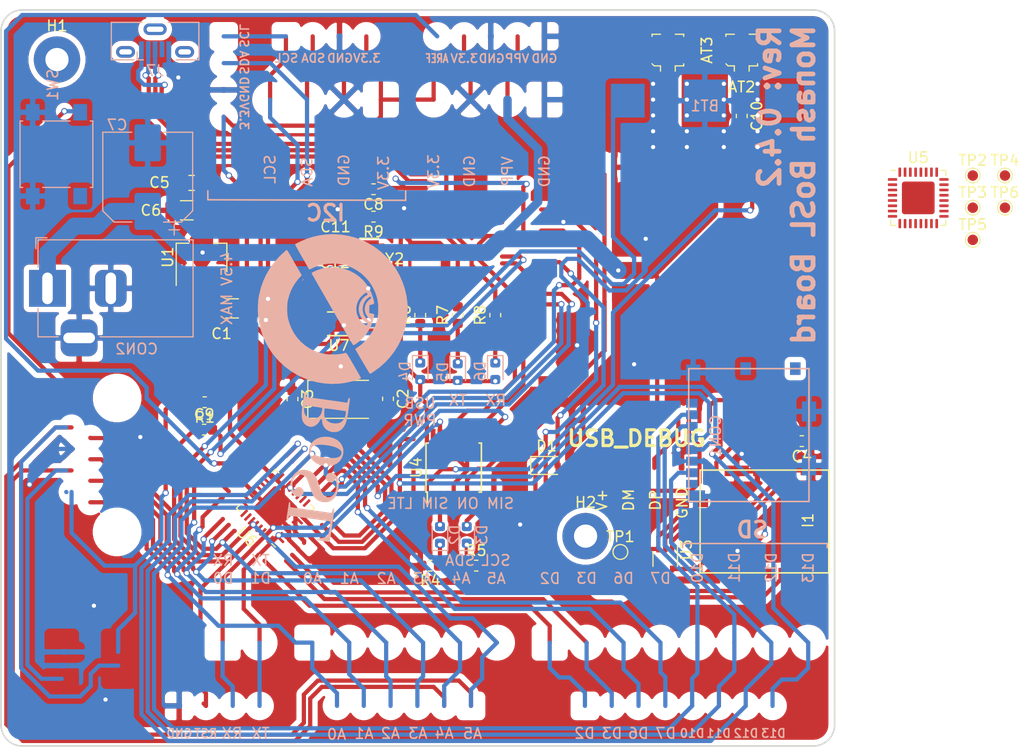
<source format=kicad_pcb>
(kicad_pcb (version 20171130) (host pcbnew "(5.1.5)-3")
  (title_block (title "Monash BoSL Board") (date 2020-11-27) (rev 0.4.2))
  (layers (0 F.Cu signal) (31 B.Cu signal) (34 B.Paste user) (35 F.Paste user) (36 B.SilkS user) (37 F.SilkS user) (38 B.Mask user) (39 F.Mask user) (44 Edge.Cuts user))
  (net 0 "")
  (net 1 GND)
  (net 2 V_3.3)
  (net 3 "Net-(C2-Pad2)")
  (net 4 "Net-(C3-Pad2)")
  (net 5 "Net-(C4-Pad2)")
  (net 6 VPP)
  (net 7 TLL_RST)
  (net 8 SD_MISO)
  (net 9 ONOFF_PIN)
  (net 10 "Net-(D1-Pad2)")
  (net 11 "Net-(D2-Pad2)")
  (net 12 "Net-(D3-Pad1)")
  (net 13 "Net-(D3-Pad2)")
  (net 14 "Net-(D4-Pad1)")
  (net 15 "Net-(D5-Pad1)")
  (net 16 USB_V)
  (net 17 "Net-(D6-Pad1)")
  (net 18 "Net-(I1-Pad6)")
  (net 19 "Net-(I1-Pad2)")
  (net 20 "Net-(I1-Pad3)")
  (net 21 TLL_RX)
  (net 22 SD_CS)
  (net 23 TLL_TX)
  (net 24 SD_MOSI)
  (net 25 RX)
  (net 26 TX)
  (net 27 SD_SCLK)
  (net 28 A0)
  (net 29 A1)
  (net 30 A2)
  (net 31 DTR)
  (net 32 A3)
  (net 33 D7)
  (net 34 SDA)
  (net 35 SCL)
  (net 36 "Net-(IC2-Pad6)")
  (net 37 "Net-(IC2-Pad23)")
  (net 38 /DP)
  (net 39 /DM)
  (net 40 NETLIGHT)
  (net 41 PWR_STAT)
  (net 42 AREF)
  (net 43 D6)
  (net 44 USB_DM)
  (net 45 USB_DP)
  (net 46 "Net-(C9-Pad2)")
  (net 47 "Net-(D2-Pad1)")
  (net 48 AND_RX)
  (net 49 AND_TX)
  (net 50 /USB_VBUS)
  (net 51 TTL_3.3V)
  (net 52 "Net-(R7-Pad2)")
  (net 53 "Net-(R8-Pad2)")
  (net 54 "Net-(AT2-Pad1)")
  (net 55 "Net-(C10-Pad2)")
  (net 56 "Net-(C11-Pad2)")
  (net 57 "Net-(C12-Pad2)")
  (net 58 "Net-(CON1-Pad8)")
  (net 59 "Net-(CON1-Pad1)")
  (net 60 "Net-(I1-Pad5)")
  (net 61 D3)
  (net 62 D2)
  (net 63 "Net-(J7-Pad4)")
  (net 64 "Net-(U5-Pad3)")
  (net 65 "Net-(U5-Pad6)")
  (net 66 "Net-(U5-Pad8)")
  (net 67 "Net-(U5-Pad9)")
  (net 68 "Net-(U5-Pad10)")
  (net 69 "Net-(U5-Pad11)")
  (net 70 "Net-(U5-Pad27)")
  (net 71 "Net-(U5-Pad28)")
  (net 72 "Net-(U6-Pad22)")
  (net 73 "Net-(U6-Pad19)")
  (net 74 "Net-(U7-Pad7)")
  (net 75 "Net-(BT1-Pad1)")
  (net 76 "Net-(AT3-Pad1)")
  (net 77 "Net-(J7-Pad6)")
  (net 78 V_1.8)
  (net 79 "Net-(TP3-Pad1)")
  (net 80 "Net-(TP4-Pad1)")
  (net 81 "Net-(TP5-Pad1)")
  (net 82 "Net-(TP6-Pad1)")
  (net 83 "Net-(U5-Pad32)")
  (net 84 "Net-(U5-Pad26)")
  (net 85 "Net-(U5-Pad18)")
  (net 86 "Net-(U5-Pad7)")
  (module Package_DFN_QFN:DFN-8-1EP_3x2mm_P0.5mm_EP1.3x1.5mm (layer F.Cu) (at 145.525 92.765 180)
    (fp_text reference U7 (at 0 -2.05) (layer F.SilkS))
    (fp_text value MCP7940N-xSN)
    (pad 9 smd rect (at 0 0 180) (size 1.3 1.5) (layers F.Cu F.Mask))
    (pad 8 smd rect (at 1.45 -0.75 180) (size 0.75 0.3) (layers F.Cu F.Paste F.Mask) (net 2 V_3.3))
    (pad 7 smd rect (at 1.45 -0.25 180) (size 0.75 0.3) (layers F.Cu F.Paste F.Mask) (net 74 "Net-(U7-Pad7)"))
    (pad 6 smd rect (at 1.45 0.25 180) (size 0.75 0.3) (layers F.Cu F.Paste F.Mask) (net 35 SCL))
    (pad 5 smd rect (at 1.45 0.75 180) (size 0.75 0.3) (layers F.Cu F.Paste F.Mask) (net 34 SDA))
    (pad 4 smd rect (at -1.45 0.75 180) (size 0.75 0.3) (layers F.Cu F.Paste F.Mask) (net 1 GND))
    (pad 3 smd rect (at -1.45 0.25 180) (size 0.75 0.3) (layers F.Cu F.Paste F.Mask) (net 75 "Net-(BT1-Pad1)"))
    (pad 2 smd rect (at -1.45 -0.25 180) (size 0.75 0.3) (layers F.Cu F.Paste F.Mask) (net 57 "Net-(C12-Pad2)"))
    (pad 1 smd rect (at -1.45 -0.75 180) (size 0.75 0.3) (layers F.Cu F.Paste F.Mask) (net 56 "Net-(C11-Pad2)"))
  )
  (module Package_DFN_QFN:QFN-32-1EP_5x5mm_P0.5mm_EP3.1x3.1mm (layer F.Cu) (at 139.5 110.25 135)
    (fp_text reference U6 (at 0 -3.82 135) (layer F.SilkS))
    (fp_text value ATmega328P-AU)
    (pad 32 smd roundrect (at -1.75 -2.4375 135) (size 0.25 0.875) (layers F.Cu F.Paste F.Mask) (net 62 D2))
    (pad 31 smd roundrect (at -1.25 -2.4375 135) (size 0.25 0.875) (layers F.Cu F.Paste F.Mask) (net 23 TLL_TX))
    (pad 30 smd roundrect (at -0.75 -2.4375 135) (size 0.25 0.875) (layers F.Cu F.Paste F.Mask) (net 21 TLL_RX))
    (pad 29 smd roundrect (at -0.25 -2.4375 135) (size 0.25 0.875) (layers F.Cu F.Paste F.Mask) (net 7 TLL_RST))
    (pad 28 smd roundrect (at 0.25 -2.4375 135) (size 0.25 0.875) (layers F.Cu F.Paste F.Mask) (net 35 SCL))
    (pad 27 smd roundrect (at 0.75 -2.4375 135) (size 0.25 0.875) (layers F.Cu F.Paste F.Mask) (net 34 SDA))
    (pad 26 smd roundrect (at 1.25 -2.4375 135) (size 0.25 0.875) (layers F.Cu F.Paste F.Mask) (net 32 A3))
    (pad 25 smd roundrect (at 1.75 -2.4375 135) (size 0.25 0.875) (layers F.Cu F.Paste F.Mask) (net 30 A2))
    (pad 24 smd roundrect (at 2.4375 -1.75 135) (size 0.875 0.25) (layers F.Cu F.Paste F.Mask) (net 29 A1))
    (pad 23 smd roundrect (at 2.4375 -1.25 135) (size 0.875 0.25) (layers F.Cu F.Paste F.Mask) (net 28 A0))
    (pad 22 smd roundrect (at 2.4375 -0.75 135) (size 0.875 0.25) (layers F.Cu F.Paste F.Mask) (net 72 "Net-(U6-Pad22)"))
    (pad 21 smd roundrect (at 2.4375 -0.25 135) (size 0.875 0.25) (layers F.Cu F.Paste F.Mask) (net 1 GND))
    (pad 20 smd roundrect (at 2.4375 0.25 135) (size 0.875 0.25) (layers F.Cu F.Paste F.Mask) (net 42 AREF))
    (pad 19 smd roundrect (at 2.4375 0.75 135) (size 0.875 0.25) (layers F.Cu F.Paste F.Mask) (net 73 "Net-(U6-Pad19)"))
    (pad 18 smd roundrect (at 2.4375 1.25 135) (size 0.875 0.25) (layers F.Cu F.Paste F.Mask) (net 2 V_3.3))
    (pad 17 smd roundrect (at 2.4375 1.75 135) (size 0.875 0.25) (layers F.Cu F.Paste F.Mask) (net 27 SD_SCLK))
    (pad 16 smd roundrect (at 1.75 2.4375 135) (size 0.25 0.875) (layers F.Cu F.Paste F.Mask) (net 8 SD_MISO))
    (pad 15 smd roundrect (at 1.25 2.4375 135) (size 0.25 0.875) (layers F.Cu F.Paste F.Mask) (net 24 SD_MOSI))
    (pad 14 smd roundrect (at 0.75 2.4375 135) (size 0.25 0.875) (layers F.Cu F.Paste F.Mask) (net 22 SD_CS))
    (pad 13 smd roundrect (at 0.25 2.4375 135) (size 0.25 0.875) (layers F.Cu F.Paste F.Mask) (net 26 TX))
    (pad 12 smd roundrect (at -0.25 2.4375 135) (size 0.25 0.875) (layers F.Cu F.Paste F.Mask) (net 25 RX))
    (pad 11 smd roundrect (at -0.75 2.4375 135) (size 0.25 0.875) (layers F.Cu F.Paste F.Mask) (net 33 D7))
    (pad 10 smd roundrect (at -1.25 2.4375 135) (size 0.25 0.875) (layers F.Cu F.Paste F.Mask) (net 43 D6))
    (pad 9 smd roundrect (at -1.75 2.4375 135) (size 0.25 0.875) (layers F.Cu F.Paste F.Mask) (net 31 DTR))
    (pad 8 smd roundrect (at -2.4375 1.75 135) (size 0.875 0.25) (layers F.Cu F.Paste F.Mask) (net 4 "Net-(C3-Pad2)"))
    (pad 7 smd roundrect (at -2.4375 1.25 135) (size 0.875 0.25) (layers F.Cu F.Paste F.Mask) (net 3 "Net-(C2-Pad2)"))
    (pad 6 smd roundrect (at -2.4375 0.75 135) (size 0.875 0.25) (layers F.Cu F.Paste F.Mask) (net 2 V_3.3))
    (pad 5 smd roundrect (at -2.4375 0.25 135) (size 0.875 0.25) (layers F.Cu F.Paste F.Mask) (net 1 GND))
    (pad 4 smd roundrect (at -2.4375 -0.25 135) (size 0.875 0.25) (layers F.Cu F.Paste F.Mask) (net 2 V_3.3))
    (pad 3 smd roundrect (at -2.4375 -0.75 135) (size 0.875 0.25) (layers F.Cu F.Paste F.Mask) (net 1 GND))
    (pad 2 smd roundrect (at -2.4375 -1.25 135) (size 0.875 0.25) (layers F.Cu F.Paste F.Mask) (net 9 ONOFF_PIN))
    (pad 1 smd roundrect (at -2.4375 -1.75 135) (size 0.875 0.25) (layers F.Cu F.Paste F.Mask) (net 61 D3))
    (pad 33 smd roundrect (at 0 0 135) (size 3.1 3.1) (layers F.Cu F.Mask) (roundrect_rratio 0.08064499999999999))
  )
  (module Package_DFN_QFN:QFN-32-1EP_5x5mm_P0.5mm_EP3.1x3.1mm (layer F.Cu) (at 200.43 80.82)
    (fp_text reference U5 (at 0 -3.82) (layer F.SilkS))
    (fp_text value FT232RQ)
    (pad 32 smd roundrect (at -1.75 -2.4375) (size 0.25 0.875) (layers F.Cu F.Paste F.Mask) (net 83 "Net-(U5-Pad32)"))
    (pad 31 smd roundrect (at -1.25 -2.4375) (size 0.25 0.875) (layers F.Cu F.Paste F.Mask) (net 46 "Net-(C9-Pad2)"))
    (pad 30 smd roundrect (at -0.75 -2.4375) (size 0.25 0.875) (layers F.Cu F.Paste F.Mask) (net 48 AND_RX))
    (pad 29 smd roundrect (at -0.25 -2.4375) (size 0.25 0.875) (layers F.Cu F.Paste F.Mask))
    (pad 28 smd roundrect (at 0.25 -2.4375) (size 0.25 0.875) (layers F.Cu F.Paste F.Mask) (net 71 "Net-(U5-Pad28)"))
    (pad 27 smd roundrect (at 0.75 -2.4375) (size 0.25 0.875) (layers F.Cu F.Paste F.Mask) (net 70 "Net-(U5-Pad27)"))
    (pad 26 smd roundrect (at 1.25 -2.4375) (size 0.25 0.875) (layers F.Cu F.Paste F.Mask) (net 84 "Net-(U5-Pad26)"))
    (pad 25 smd roundrect (at 1.75 -2.4375) (size 0.25 0.875) (layers F.Cu F.Paste F.Mask))
    (pad 24 smd roundrect (at 2.4375 -1.75) (size 0.875 0.25) (layers F.Cu F.Paste F.Mask) (net 1 GND))
    (pad 23 smd roundrect (at 2.4375 -1.25) (size 0.875 0.25) (layers F.Cu F.Paste F.Mask))
    (pad 22 smd roundrect (at 2.4375 -0.75) (size 0.875 0.25) (layers F.Cu F.Paste F.Mask) (net 52 "Net-(R7-Pad2)"))
    (pad 21 smd roundrect (at 2.4375 -0.25) (size 0.875 0.25) (layers F.Cu F.Paste F.Mask) (net 53 "Net-(R8-Pad2)"))
    (pad 20 smd roundrect (at 2.4375 0.25) (size 0.875 0.25) (layers F.Cu F.Paste F.Mask) (net 1 GND))
    (pad 19 smd roundrect (at 2.4375 0.75) (size 0.875 0.25) (layers F.Cu F.Paste F.Mask) (net 16 USB_V))
    (pad 18 smd roundrect (at 2.4375 1.25) (size 0.875 0.25) (layers F.Cu F.Paste F.Mask) (net 85 "Net-(U5-Pad18)"))
    (pad 17 smd roundrect (at 2.4375 1.75) (size 0.875 0.25) (layers F.Cu F.Paste F.Mask) (net 1 GND))
    (pad 16 smd roundrect (at 1.75 2.4375) (size 0.25 0.875) (layers F.Cu F.Paste F.Mask) (net 51 TTL_3.3V))
    (pad 15 smd roundrect (at 1.25 2.4375) (size 0.25 0.875) (layers F.Cu F.Paste F.Mask) (net 44 USB_DM))
    (pad 14 smd roundrect (at 0.75 2.4375) (size 0.25 0.875) (layers F.Cu F.Paste F.Mask) (net 45 USB_DP))
    (pad 13 smd roundrect (at 0.25 2.4375) (size 0.25 0.875) (layers F.Cu F.Paste F.Mask))
    (pad 12 smd roundrect (at -0.25 2.4375) (size 0.25 0.875) (layers F.Cu F.Paste F.Mask))
    (pad 11 smd roundrect (at -0.75 2.4375) (size 0.25 0.875) (layers F.Cu F.Paste F.Mask) (net 69 "Net-(U5-Pad11)"))
    (pad 10 smd roundrect (at -1.25 2.4375) (size 0.25 0.875) (layers F.Cu F.Paste F.Mask) (net 68 "Net-(U5-Pad10)"))
    (pad 9 smd roundrect (at -1.75 2.4375) (size 0.25 0.875) (layers F.Cu F.Paste F.Mask) (net 67 "Net-(U5-Pad9)"))
    (pad 8 smd roundrect (at -2.4375 1.75) (size 0.875 0.25) (layers F.Cu F.Paste F.Mask) (net 66 "Net-(U5-Pad8)"))
    (pad 7 smd roundrect (at -2.4375 1.25) (size 0.875 0.25) (layers F.Cu F.Paste F.Mask) (net 86 "Net-(U5-Pad7)"))
    (pad 6 smd roundrect (at -2.4375 0.75) (size 0.875 0.25) (layers F.Cu F.Paste F.Mask) (net 65 "Net-(U5-Pad6)"))
    (pad 5 smd roundrect (at -2.4375 0.25) (size 0.875 0.25) (layers F.Cu F.Paste F.Mask))
    (pad 4 smd roundrect (at -2.4375 -0.25) (size 0.875 0.25) (layers F.Cu F.Paste F.Mask) (net 1 GND))
    (pad 3 smd roundrect (at -2.4375 -0.75) (size 0.875 0.25) (layers F.Cu F.Paste F.Mask) (net 64 "Net-(U5-Pad3)"))
    (pad 2 smd roundrect (at -2.4375 -1.25) (size 0.875 0.25) (layers F.Cu F.Paste F.Mask) (net 49 AND_TX))
    (pad 1 smd roundrect (at -2.4375 -1.75) (size 0.875 0.25) (layers F.Cu F.Paste F.Mask) (net 51 TTL_3.3V))
    (pad 33 smd roundrect (at 0 0) (size 3.1 3.1) (layers F.Cu F.Mask) (roundrect_rratio 0.08064499999999999))
  )
  (module Package_SO:TSSOP-14_4.4x5mm_P0.65mm (layer F.Cu) (at 156.4 106.4 90)
    (fp_text reference U4 (at 0 -3.55 90) (layer F.SilkS))
    (fp_text value 74HC126)
    (pad 14 smd rect (at 2.95 -1.95 90) (size 1.45 0.45) (layers F.Cu F.Paste F.Mask) (net 2 V_3.3))
    (pad 13 smd rect (at 2.95 -1.3 90) (size 1.45 0.45) (layers F.Cu F.Paste F.Mask) (net 51 TTL_3.3V))
    (pad 12 smd rect (at 2.95 -0.65 90) (size 1.45 0.45) (layers F.Cu F.Paste F.Mask) (net 23 TLL_TX))
    (pad 11 smd rect (at 2.95 0 90) (size 1.45 0.45) (layers F.Cu F.Paste F.Mask) (net 49 AND_TX))
    (pad 10 smd rect (at 2.95 0.65 90) (size 1.45 0.45) (layers F.Cu F.Paste F.Mask) (net 51 TTL_3.3V))
    (pad 9 smd rect (at 2.95 1.3 90) (size 1.45 0.45) (layers F.Cu F.Paste F.Mask) (net 48 AND_RX))
    (pad 8 smd rect (at 2.95 1.95 90) (size 1.45 0.45) (layers F.Cu F.Paste F.Mask) (net 21 TLL_RX))
    (pad 7 smd rect (at -2.95 1.95 90) (size 1.45 0.45) (layers F.Cu F.Paste F.Mask) (net 1 GND))
    (pad 6 smd rect (at -2.95 1.3 90) (size 1.45 0.45) (layers F.Cu F.Paste F.Mask) (net 13 "Net-(D3-Pad2)"))
    (pad 5 smd rect (at -2.95 0.65 90) (size 1.45 0.45) (layers F.Cu F.Paste F.Mask) (net 41 PWR_STAT))
    (pad 4 smd rect (at -2.95 0 90) (size 1.45 0.45) (layers F.Cu F.Paste F.Mask) (net 51 TTL_3.3V))
    (pad 3 smd rect (at -2.95 -0.65 90) (size 1.45 0.45) (layers F.Cu F.Paste F.Mask) (net 11 "Net-(D2-Pad2)"))
    (pad 2 smd rect (at -2.95 -1.3 90) (size 1.45 0.45) (layers F.Cu F.Paste F.Mask) (net 40 NETLIGHT))
    (pad 1 smd rect (at -2.95 -1.95 90) (size 1.45 0.45) (layers F.Cu F.Paste F.Mask) (net 51 TTL_3.3V))
  )
  (module TestPoint:TestPoint_Pad_D1.0mm (layer F.Cu) (at 208.65 81.75)
    (fp_text reference TP6 (at 0 -1.448) (layer F.SilkS))
    (fp_text value TEST)
    (pad 1 smd circle (at 0 0) (size 1 1) (layers F.Cu F.Mask) (net 82 "Net-(TP6-Pad1)"))
  )
  (module TestPoint:TestPoint_Pad_D1.0mm (layer F.Cu) (at 205.6 84.8)
    (fp_text reference TP5 (at 0 -1.448) (layer F.SilkS))
    (fp_text value TEST)
    (pad 1 smd circle (at 0 0) (size 1 1) (layers F.Cu F.Mask) (net 81 "Net-(TP5-Pad1)"))
  )
  (module TestPoint:TestPoint_Pad_D1.0mm (layer F.Cu) (at 208.65 78.7)
    (fp_text reference TP4 (at 0 -1.448) (layer F.SilkS))
    (fp_text value TEST)
    (pad 1 smd circle (at 0 0) (size 1 1) (layers F.Cu F.Mask) (net 80 "Net-(TP4-Pad1)"))
  )
  (module TestPoint:TestPoint_Pad_D1.0mm (layer F.Cu) (at 205.6 81.75)
    (fp_text reference TP3 (at 0 -1.448) (layer F.SilkS))
    (fp_text value TEST)
    (pad 1 smd circle (at 0 0) (size 1 1) (layers F.Cu F.Mask) (net 79 "Net-(TP3-Pad1)"))
  )
  (module TestPoint:TestPoint_Pad_D1.0mm (layer F.Cu) (at 205.6 78.7)
    (fp_text reference TP2 (at 0 -1.448) (layer F.SilkS))
    (fp_text value TEST)
    (pad 1 smd circle (at 0 0) (size 1 1) (layers F.Cu F.Mask) (net 78 V_1.8))
  )
  (module Resistor_SMD:R_0603_1608Metric (layer F.Cu) (at 148.8 82.6 180)
    (fp_text reference R9 (at 0 -1.43) (layer F.SilkS))
    (fp_text value "10 kΩ")
    (pad 2 smd roundrect (at 0.7875 0 180) (size 0.875 0.95) (layers F.Cu F.Paste F.Mask) (net 1 GND))
    (pad 1 smd roundrect (at -0.7875 0 180) (size 0.875 0.95) (layers F.Cu F.Paste F.Mask) (net 51 TTL_3.3V))
  )
  (module Resistor_SMD:R_0603_1608Metric (layer F.Cu) (at 160.342 91.94 90)
    (fp_text reference R8 (at 0 -1.43 90) (layer F.SilkS))
    (fp_text value "3.3 kΩ")
    (pad 2 smd roundrect (at 0.7875 0 90) (size 0.875 0.95) (layers F.Cu F.Paste F.Mask) (net 53 "Net-(R8-Pad2)"))
    (pad 1 smd roundrect (at -0.7875 0 90) (size 0.875 0.95) (layers F.Cu F.Paste F.Mask) (net 17 "Net-(D6-Pad1)"))
  )
  (module Resistor_SMD:R_0603_1608Metric (layer F.Cu) (at 156.786 91.94 90)
    (fp_text reference R7 (at 0 -1.43 90) (layer F.SilkS))
    (fp_text value "3.3 kΩ")
    (pad 2 smd roundrect (at 0.7875 0 90) (size 0.875 0.95) (layers F.Cu F.Paste F.Mask) (net 52 "Net-(R7-Pad2)"))
    (pad 1 smd roundrect (at -0.7875 0 90) (size 0.875 0.95) (layers F.Cu F.Paste F.Mask) (net 15 "Net-(D5-Pad1)"))
  )
  (module Resistor_SMD:R_0603_1608Metric (layer F.Cu) (at 153.23 91.94 90)
    (fp_text reference R6 (at 0 -1.43 90) (layer F.SilkS))
    (fp_text value "3.3 kΩ")
    (pad 2 smd roundrect (at 0.7875 0 90) (size 0.875 0.95) (layers F.Cu F.Paste F.Mask) (net 1 GND))
    (pad 1 smd roundrect (at -0.7875 0 90) (size 0.875 0.95) (layers F.Cu F.Paste F.Mask) (net 14 "Net-(D4-Pad1)"))
  )
  (module Resistor_SMD:R_0603_1608Metric (layer F.Cu) (at 158.5375 115.697)
    (fp_text reference R5 (at 0 -1.43) (layer F.SilkS))
    (fp_text value "3.3 kΩ")
    (pad 2 smd roundrect (at 0.7875 0) (size 0.875 0.95) (layers F.Cu F.Paste F.Mask) (net 1 GND))
    (pad 1 smd roundrect (at -0.7875 0) (size 0.875 0.95) (layers F.Cu F.Paste F.Mask) (net 12 "Net-(D3-Pad1)"))
  )
  (module Resistor_SMD:R_0603_1608Metric (layer F.Cu) (at 154.178 115.697 180)
    (fp_text reference R4 (at 0 -1.43) (layer F.SilkS))
    (fp_text value "3.3 kΩ")
    (pad 2 smd roundrect (at 0.7875 0 180) (size 0.875 0.95) (layers F.Cu F.Paste F.Mask) (net 1 GND))
    (pad 1 smd roundrect (at -0.7875 0 180) (size 0.875 0.95) (layers F.Cu F.Paste F.Mask) (net 47 "Net-(D2-Pad1)"))
  )
  (module Resistor_SMD:R_0603_1608Metric (layer F.Cu) (at 132.8 100.2 180)
    (fp_text reference R1 (at 0 -1.43) (layer F.SilkS))
    (fp_text value "10 kΩ")
    (pad 2 smd roundrect (at 0.7875 0 180) (size 0.875 0.95) (layers F.Cu F.Paste F.Mask) (net 7 TLL_RST))
    (pad 1 smd roundrect (at -0.7875 0 180) (size 0.875 0.95) (layers F.Cu F.Paste F.Mask) (net 2 V_3.3))
  )
  (module LED_SMD:LED_0603_1608Metric (layer B.Cu) (at 160.342 97.26 270)
    (fp_text reference D6 (at 0 1.43 90) (layer B.SilkS) (effects (justify mirror)))
    (fp_text value LED)
    (pad 2 smd roundrect (at 0.7875 0 270) (size 0.875 0.95) (layers B.Cu B.Paste B.Mask) (net 51 TTL_3.3V))
    (pad 1 smd roundrect (at -0.7875 0 270) (size 0.875 0.95) (layers B.Cu B.Paste B.Mask) (net 17 "Net-(D6-Pad1)"))
  )
  (module LED_SMD:LED_0603_1608Metric (layer B.Cu) (at 156.786 97.34 270)
    (fp_text reference D5 (at 0 1.43 90) (layer B.SilkS) (effects (justify mirror)))
    (fp_text value LED)
    (pad 2 smd roundrect (at 0.7875 0 270) (size 0.875 0.95) (layers B.Cu B.Paste B.Mask) (net 51 TTL_3.3V))
    (pad 1 smd roundrect (at -0.7875 0 270) (size 0.875 0.95) (layers B.Cu B.Paste B.Mask) (net 15 "Net-(D5-Pad1)"))
  )
  (module LED_SMD:LED_0603_1608Metric (layer B.Cu) (at 153.23 97.26 270)
    (fp_text reference D4 (at 0 1.43 90) (layer B.SilkS) (effects (justify mirror)))
    (fp_text value LED)
    (pad 2 smd roundrect (at 0.7875 0 270) (size 0.875 0.95) (layers B.Cu B.Paste B.Mask) (net 51 TTL_3.3V))
    (pad 1 smd roundrect (at -0.7875 0 270) (size 0.875 0.95) (layers B.Cu B.Paste B.Mask) (net 14 "Net-(D4-Pad1)"))
  )
  (module LED_SMD:LED_0603_1608Metric (layer B.Cu) (at 157.64 112.78 90)
    (fp_text reference D3 (at 0 1.43 90) (layer B.SilkS) (effects (justify mirror)))
    (fp_text value LED)
    (pad 2 smd roundrect (at 0.7875 0 90) (size 0.875 0.95) (layers B.Cu B.Paste B.Mask) (net 13 "Net-(D3-Pad2)"))
    (pad 1 smd roundrect (at -0.7875 0 90) (size 0.875 0.95) (layers B.Cu B.Paste B.Mask) (net 12 "Net-(D3-Pad1)"))
  )
  (module LED_SMD:LED_0603_1608Metric (layer B.Cu) (at 155.1 112.78 90)
    (fp_text reference D2 (at 0 1.43 90) (layer B.SilkS) (effects (justify mirror)))
    (fp_text value LED)
    (pad 2 smd roundrect (at 0.7875 0 90) (size 0.875 0.95) (layers B.Cu B.Paste B.Mask) (net 11 "Net-(D2-Pad2)"))
    (pad 1 smd roundrect (at -0.7875 0 90) (size 0.875 0.95) (layers B.Cu B.Paste B.Mask) (net 47 "Net-(D2-Pad1)"))
  )
  (module Capacitor_SMD:C_0603_1608Metric (layer F.Cu) (at 145.1375 88.4)
    (fp_text reference C12 (at 0 -1.43) (layer F.SilkS))
    (fp_text value "12 pF")
    (pad 2 smd roundrect (at 0.7875 0) (size 0.875 0.95) (layers F.Cu F.Paste F.Mask) (net 57 "Net-(C12-Pad2)"))
    (pad 1 smd roundrect (at -0.7875 0) (size 0.875 0.95) (layers F.Cu F.Paste F.Mask) (net 1 GND))
  )
  (module Capacitor_SMD:C_0603_1608Metric (layer F.Cu) (at 145.2 85)
    (fp_text reference C11 (at 0 -1.43) (layer F.SilkS))
    (fp_text value "12 pF")
    (pad 2 smd roundrect (at 0.7875 0) (size 0.875 0.95) (layers F.Cu F.Paste F.Mask) (net 56 "Net-(C11-Pad2)"))
    (pad 1 smd roundrect (at -0.7875 0) (size 0.875 0.95) (layers F.Cu F.Paste F.Mask) (net 1 GND))
  )
  (module Capacitor_SMD:C_0603_1608Metric (layer F.Cu) (at 183.7 73.05 270)
    (fp_text reference C10 (at 0 -1.43 90) (layer F.SilkS))
    (fp_text value "33 pF")
    (pad 2 smd roundrect (at 0.7875 0 270) (size 0.875 0.95) (layers F.Cu F.Paste F.Mask) (net 55 "Net-(C10-Pad2)"))
    (pad 1 smd roundrect (at -0.7875 0 270) (size 0.875 0.95) (layers F.Cu F.Paste F.Mask) (net 54 "Net-(AT2-Pad1)"))
  )
  (module Capacitor_SMD:C_0603_1608Metric (layer F.Cu) (at 132.75 102.8)
    (fp_text reference C9 (at 0 -1.43) (layer F.SilkS))
    (fp_text value "100 nF")
    (pad 2 smd roundrect (at 0.7875 0) (size 0.875 0.95) (layers F.Cu F.Paste F.Mask) (net 46 "Net-(C9-Pad2)"))
    (pad 1 smd roundrect (at -0.7875 0) (size 0.875 0.95) (layers F.Cu F.Paste F.Mask) (net 7 TLL_RST))
  )
  (module Capacitor_SMD:C_0603_1608Metric (layer F.Cu) (at 148.8 80 180)
    (fp_text reference C8 (at 0 -1.43) (layer F.SilkS))
    (fp_text value "100 nF")
    (pad 2 smd roundrect (at 0.7875 0 180) (size 0.875 0.95) (layers F.Cu F.Paste F.Mask) (net 51 TTL_3.3V))
    (pad 1 smd roundrect (at -0.7875 0 180) (size 0.875 0.95) (layers F.Cu F.Paste F.Mask) (net 1 GND))
  )
  (module Capacitor_SMD:C_0603_1608Metric (layer F.Cu) (at 189.39 103.89 180)
    (fp_text reference C4 (at 0 -1.43) (layer F.SilkS))
    (fp_text value "220 pF")
    (pad 2 smd roundrect (at 0.7875 0 180) (size 0.875 0.95) (layers F.Cu F.Paste F.Mask) (net 5 "Net-(C4-Pad2)"))
    (pad 1 smd roundrect (at -0.7875 0 180) (size 0.875 0.95) (layers F.Cu F.Paste F.Mask) (net 1 GND))
  )
  (module Capacitor_SMD:C_0603_1608Metric (layer F.Cu) (at 141.125 99.9 270)
    (fp_text reference C3 (at 0 -1.43 90) (layer F.SilkS))
    (fp_text value "22 pF")
    (pad 2 smd roundrect (at 0.7875 0 270) (size 0.875 0.95) (layers F.Cu F.Paste F.Mask) (net 4 "Net-(C3-Pad2)"))
    (pad 1 smd roundrect (at -0.7875 0 270) (size 0.875 0.95) (layers F.Cu F.Paste F.Mask) (net 1 GND))
  )
  (module Capacitor_SMD:C_0603_1608Metric (layer F.Cu) (at 150.175 99.875 270)
    (fp_text reference C2 (at 0 -1.43 90) (layer F.SilkS))
    (fp_text value "22 pF")
    (pad 2 smd roundrect (at 0.7875 0 270) (size 0.875 0.95) (layers F.Cu F.Paste F.Mask) (net 3 "Net-(C2-Pad2)"))
    (pad 1 smd roundrect (at -0.7875 0 270) (size 0.875 0.95) (layers F.Cu F.Paste F.Mask) (net 1 GND))
  )
  (module SIMFootprints:BoSL_Graphic (layer B.Cu) (at 144.9 99.2 270)
    (fp_text reference G1 hide)
    (fp_text value BoSL_Graphic hide)
  )
  (module Connector_USB:USB_Micro-B_Molex-105133-0001 (layer B.Cu) (at 128.1 65.9)
    (fp_text reference J7 (at 0 2.85) (layer B.SilkS) (effects (justify mirror)))
    (fp_text value USB_B_Micro)
    (pad 6 thru_hole oval (at 0 -1.075) (size 2.2 1.1) (drill oval 1.6 0.5) (layers *.Cu *.Mask) (net 77 "Net-(J7-Pad6)"))
    (pad 6 thru_hole oval (at 2.8 1.075) (size 1.8 1.1) (drill oval 1.2 0.5) (layers *.Cu *.Mask) (net 77 "Net-(J7-Pad6)"))
    (pad 6 thru_hole oval (at -2.8 1.075) (size 1.8 1.1) (drill oval 1.2 0.5) (layers *.Cu *.Mask) (net 77 "Net-(J7-Pad6)"))
    (pad 1 smd rect (at -1.3 0.825) (size 0.45 1.5) (layers B.Cu B.Paste B.Mask) (net 16 USB_V))
    (pad 5 smd rect (at 1.3 0.825) (size 0.45 1.5) (layers B.Cu B.Paste B.Mask) (net 1 GND))
    (pad 2 smd rect (at -0.65 0.825) (size 0.45 1.5) (layers B.Cu B.Paste B.Mask) (net 44 USB_DM))
    (pad 4 smd rect (at 0.65 0.825) (size 0.45 1.5) (layers B.Cu B.Paste B.Mask) (net 63 "Net-(J7-Pad4)"))
    (pad 3 smd rect (at 0 0.825) (size 0.45 1.5) (layers B.Cu B.Paste B.Mask) (net 45 USB_DP))
  )
  (module SIMFootprints:2996TR (layer B.Cu) (at 180.2 71.6 180)
    (fp_text reference BT1 (at 0 -0.5) (layer B.SilkS) (effects (justify mirror)))
    (fp_text value Battery_Cell)
    (pad 1 smd rect (at -7.3 0 180) (size 3.2 3.2) (layers B.Cu B.Paste B.Mask) (net 75 "Net-(BT1-Pad1)"))
    (pad 1 smd rect (at 7.3 0 180) (size 3.2 3.2) (layers B.Cu B.Paste B.Mask) (net 75 "Net-(BT1-Pad1)"))
    (pad 2 smd rect (at 0 0 180) (size 4 4) (layers B.Cu B.Paste B.Mask) (net 1 GND))
  )
  (module Button_Switch_SMD:SW_SPST_B3S-1000 (layer B.Cu) (at 118.75 76.675 270)
    (fp_text reference SW1 (at -6.575 0.35 90) (layer B.SilkS) (effects (justify mirror)))
    (fp_text value SPST)
    (pad 2 smd rect (at 3.975 -2.25 270) (size 1.55 1.3) (layers B.Cu B.Paste B.Mask) (net 7 TLL_RST))
    (pad 2 smd rect (at -3.975 -2.25 270) (size 1.55 1.3) (layers B.Cu B.Paste B.Mask) (net 7 TLL_RST))
    (pad 1 smd rect (at 3.975 2.25 270) (size 1.55 1.3) (layers B.Cu B.Paste B.Mask) (net 1 GND))
    (pad 1 smd rect (at -3.975 2.25 270) (size 1.55 1.3) (layers B.Cu B.Paste B.Mask) (net 1 GND))
  )
  (module Connector_Coaxial:U.FL_Molex_MCRF_73412-0110_Vertical (layer F.Cu) (at 176.7 66.8)
    (fp_text reference AT3 (at 3.7 0 270) (layer F.SilkS))
    (fp_text value AT-GNSS)
    (pad 1 smd rect (at 0 1.5) (size 1 1) (layers F.Cu F.Paste F.Mask) (net 76 "Net-(AT3-Pad1)"))
    (pad 2 smd rect (at 0 -1.5) (size 1 1) (layers F.Cu F.Paste F.Mask) (net 1 GND))
    (pad 2 smd rect (at 1.475 0) (size 1.05 2.2) (layers F.Cu F.Paste F.Mask) (net 1 GND))
    (pad 2 smd rect (at -1.475 0) (size 1.05 2.2) (layers F.Cu F.Paste F.Mask) (net 1 GND))
  )
  (module Crystal:Crystal_SMD_5032-2Pin_5.0x3.2mm (layer F.Cu) (at 145.625 99.925)
    (fp_text reference Y1 (at 0 -2.8) (layer F.SilkS))
    (fp_text value "8 MHz")
    (pad 2 smd rect (at 1.85 0) (size 2 2.4) (layers F.Cu F.Paste F.Mask) (net 3 "Net-(C2-Pad2)"))
    (pad 1 smd rect (at -1.85 0) (size 2 2.4) (layers F.Cu F.Paste F.Mask) (net 4 "Net-(C3-Pad2)"))
  )
  (module Package_TO_SOT_SMD:SOT-353_SC-70-5 (layer F.Cu) (at 176.45 115.07 270)
    (fp_text reference U3 (at -0.87 -2 90) (layer F.SilkS))
    (fp_text value MSQA6V1W5T2G)
    (pad 5 smd rect (at 0.95 -0.65 270) (size 0.65 0.4) (layers F.Cu F.Paste F.Mask) (net 5 "Net-(C4-Pad2)"))
    (pad 4 smd rect (at 0.95 0.65 270) (size 0.65 0.4) (layers F.Cu F.Paste F.Mask) (net 19 "Net-(I1-Pad2)"))
    (pad 2 smd rect (at -0.95 0 270) (size 0.65 0.4) (layers F.Cu F.Paste F.Mask) (net 1 GND))
    (pad 3 smd rect (at -0.95 0.65 270) (size 0.65 0.4) (layers F.Cu F.Paste F.Mask) (net 18 "Net-(I1-Pad6)"))
    (pad 1 smd rect (at -0.95 -0.65 270) (size 0.65 0.4) (layers F.Cu F.Paste F.Mask) (net 20 "Net-(I1-Pad3)"))
  )
  (module Package_TO_SOT_SMD:SOT-89-3 (layer F.Cu) (at 132.5 86.9 90)
    (fp_text reference U1 (at 0.45 -3.2 90) (layer F.SilkS))
    (fp_text value MCP1700T-3302E/TT)
    (pad 2 smd trapezoid (at -0.0762 0 180) (size 1.5 1) (rect_delta 0 0.7) (layers F.Cu F.Paste F.Mask) (net 6 VPP))
    (pad 2 smd rect (at 1.3335 0) (size 2.2 1.84) (layers F.Cu F.Paste F.Mask) (net 6 VPP))
    (pad 3 smd rect (at -1.48 1.5) (size 1 1.5) (layers F.Cu F.Paste F.Mask) (net 2 V_3.3))
    (pad 2 smd rect (at -1.3335 0) (size 1 1.8) (layers F.Cu F.Paste F.Mask) (net 6 VPP))
    (pad 1 smd rect (at -1.48 -1.5) (size 1 1.5) (layers F.Cu F.Paste F.Mask) (net 1 GND))
    (pad 2 smd trapezoid (at 2.667 0) (size 1.6 0.85) (rect_delta 0 0.6) (layers F.Cu F.Paste F.Mask) (net 6 VPP))
  )
  (module TestPoint:TestPoint_Pad_D1.0mm (layer F.Cu) (at 172.2 114.4)
    (fp_text reference TP1 (at 0 -1.448) (layer F.SilkS))
    (fp_text value TEST)
    (pad 1 smd circle (at 0 0) (size 1 1) (layers F.Cu F.Mask) (net 10 "Net-(D1-Pad2)"))
  )
  (module MountingHole:MountingHole_2.2mm_M2_Pad (layer F.Cu) (at 168.9 112.9)
    (fp_text reference H2 (at 0 -3.2) (layer F.SilkS))
    (fp_text value MountingHole)
    (pad 1 thru_hole circle (at 0 0) (size 4.4 4.4) (drill 2.2) (layers *.Cu *.Mask))
  )
  (module MountingHole:MountingHole_2.2mm_M2_Pad (layer F.Cu) (at 118.8 67.7)
    (fp_text reference H1 (at 0 -3.2) (layer F.SilkS))
    (fp_text value MountingHole)
    (pad 1 thru_hole circle (at 0 0) (size 4.4 4.4) (drill 2.2) (layers *.Cu *.Mask))
  )
  (module Diode_SMD:D_SOD-323 (layer F.Cu) (at 165.2 106.2)
    (fp_text reference D1 (at 0 -1.85) (layer F.SilkS))
    (fp_text value 1N4148)
    (pad 2 smd rect (at 1.05 0) (size 0.6 0.45) (layers F.Cu F.Paste F.Mask) (net 10 "Net-(D1-Pad2)"))
    (pad 1 smd rect (at -1.05 0) (size 0.6 0.45) (layers F.Cu F.Paste F.Mask) (net 9 ONOFF_PIN))
  )
  (module Capacitor_SMD:CP_Elec_8x10 (layer B.Cu) (at 127.4 78.85 90)
    (fp_text reference C7 (at 4.95 -2.9 180) (layer B.SilkS) (effects (justify mirror)))
    (fp_text value "330 μF")
    (pad 2 smd roundrect (at 3.25 0 90) (size 3.5 2.5) (layers B.Cu B.Paste B.Mask) (roundrect_rratio 0.1) (net 1 GND))
    (pad 1 smd roundrect (at -3.25 0 90) (size 3.5 2.5) (layers B.Cu B.Paste B.Mask) (roundrect_rratio 0.1) (net 6 VPP))
  )
  (module Connector_Coaxial:U.FL_Molex_MCRF_73412-0110_Vertical (layer F.Cu) (at 183.7 66.8)
    (fp_text reference AT2 (at 0 3.5) (layer F.SilkS))
    (fp_text value AT-GNSS)
    (pad 1 smd rect (at 0 1.5) (size 1 1) (layers F.Cu F.Paste F.Mask) (net 54 "Net-(AT2-Pad1)"))
    (pad 2 smd rect (at 0 -1.5) (size 1 1) (layers F.Cu F.Paste F.Mask) (net 1 GND))
    (pad 2 smd rect (at 1.475 0) (size 1.05 2.2) (layers F.Cu F.Paste F.Mask) (net 1 GND))
    (pad 2 smd rect (at -1.475 0) (size 1.05 2.2) (layers F.Cu F.Paste F.Mask) (net 1 GND))
  )
  (module Connector_BarrelJack:BarrelJack_Horizontal (layer B.Cu) (at 117.9 89.4 180)
    (fp_text reference CON2 (at -8.45 -5.75) (layer B.SilkS) (effects (justify mirror)))
    (fp_text value BARREL_JACK)
    (pad 3 thru_hole roundrect (at -3 -4.7 180) (size 3.5 3.5) (drill oval 3 1) (layers *.Cu *.Mask) (net 1 GND))
    (pad 2 thru_hole roundrect (at -6 0 180) (size 3 3.5) (drill oval 1 3) (layers *.Cu *.Mask) (net 1 GND))
    (pad 1 thru_hole rect (at 0 0 180) (size 3.5 3.5) (drill oval 1 3) (layers *.Cu *.Mask) (net 6 VPP))
  )
  (module Capacitor_SMD:C_1206_3216Metric (layer F.Cu) (at 131.1 82 180)
    (fp_text reference C6 (at 3.4 0) (layer F.SilkS))
    (fp_text value "1 μF")
    (pad 2 smd roundrect (at 1.4 0 180) (size 1.25 1.75) (layers F.Cu F.Paste F.Mask) (roundrect_rratio 0.2) (net 1 GND))
    (pad 1 smd roundrect (at -1.4 0 180) (size 1.25 1.75) (layers F.Cu F.Paste F.Mask) (roundrect_rratio 0.2) (net 6 VPP))
  )
  (module Capacitor_SMD:C_0805_2012Metric (layer F.Cu) (at 131.5625 79.4 180)
    (fp_text reference C5 (at 3.046 0.036) (layer F.SilkS))
    (fp_text value "0.1 μF")
    (pad 2 smd roundrect (at 0.9375 0 180) (size 0.975 1.4) (layers F.Cu F.Paste F.Mask) (net 1 GND))
    (pad 1 smd roundrect (at -0.9375 0 180) (size 0.975 1.4) (layers F.Cu F.Paste F.Mask) (net 6 VPP))
  )
  (module Capacitor_SMD:C_1206_3216Metric (layer F.Cu) (at 135.4 91.3 180)
    (fp_text reference C1 (at 1 -2.4) (layer F.SilkS))
    (fp_text value "1 μF")
    (pad 2 smd roundrect (at 1.4 0 180) (size 1.25 1.75) (layers F.Cu F.Paste F.Mask) (roundrect_rratio 0.2) (net 1 GND))
    (pad 1 smd roundrect (at -1.4 0 180) (size 1.25 1.75) (layers F.Cu F.Paste F.Mask) (roundrect_rratio 0.2) (net 2 V_3.3))
  )
  (module Crystal:Crystal_SMD_EuroQuartz_EQ161-2Pin_3.2x1.5mm (layer F.Cu) (at 148.4 86.6 270)
    (fp_text reference Y2 (at 0 -2.4 180) (layer F.SilkS))
    (fp_text value " 32.768 kHz")
    (pad 2 smd rect (at 1.25 0 270) (size 1 1.8) (layers F.Cu F.Paste F.Mask) (net 57 "Net-(C12-Pad2)"))
    (pad 1 smd rect (at -1.25 0 270) (size 1 1.8) (layers F.Cu F.Paste F.Mask) (net 56 "Net-(C11-Pad2)"))
  )
  (module SIMFootprints:microSD_Connector (layer B.Cu) (at 178.675 103.415 90)
    (fp_text reference CON1 (at 0 2.54 90) (layer B.SilkS) (effects (justify mirror)))
    (fp_text value Micro_SD_Card)
    (pad 9 smd rect (at -2.78 11.4 90) (size 1.9 1.35) (layers B.Cu B.Paste B.Mask) (net 1 GND))
    (pad 9 smd rect (at 2.34 11.4 90) (size 1.9 1.35) (layers B.Cu B.Paste B.Mask) (net 1 GND))
    (pad NC smd rect (at 6.4 10.1 90) (size 1.2 1) (layers B.Cu B.Paste B.Mask))
    (pad NC smd rect (at 6.4 5.4 90) (size 1.2 1) (layers B.Cu B.Paste B.Mask))
    (pad 9 smd rect (at 6.015 0.425 90) (size 1.55 1.35) (layers B.Cu B.Paste B.Mask) (net 1 GND))
    (pad 9 smd rect (at -5.725 0.65 90) (size 1.17 1.8) (layers B.Cu B.Paste B.Mask) (net 1 GND))
    (pad 8 smd rect (at -4.525 0.3 90) (size 0.75 1.1) (layers B.Cu B.Paste B.Mask) (net 58 "Net-(CON1-Pad8)"))
    (pad 7 smd rect (at -3.475 0.3 90) (size 0.85 1.1) (layers B.Cu B.Paste B.Mask) (net 8 SD_MISO))
    (pad 6 smd rect (at -2.375 0.3 90) (size 0.85 1.1) (layers B.Cu B.Paste B.Mask) (net 1 GND))
    (pad 5 smd rect (at -1.275 0.3 90) (size 0.85 1.1) (layers B.Cu B.Paste B.Mask) (net 27 SD_SCLK))
    (pad 4 smd rect (at -0.175 0.3 90) (size 0.85 1.1) (layers B.Cu B.Paste B.Mask) (net 2 V_3.3))
    (pad 3 smd rect (at 0.925 0.3 90) (size 0.85 1.1) (layers B.Cu B.Paste B.Mask) (net 24 SD_MOSI))
    (pad 2 smd rect (at 2.025 0.3 90) (size 0.85 1.1) (layers B.Cu B.Paste B.Mask) (net 22 SD_CS))
    (pad 1 smd rect (at 3.125 0.3 90) (size 0.85 1.1) (layers B.Cu B.Paste B.Mask) (net 59 "Net-(CON1-Pad1)"))
  )
  (module SIMFootprints:SIMNano (layer F.Cu) (at 191.93 111.51 90)
    (fp_text reference I1 (at 0.1 -1.95 90) (layer F.SilkS))
    (fp_text value SIM)
    (pad 6 connect rect (at -4.9 -6.75 90) (size 1 0.8) (layers F.Cu F.Mask) (net 18 "Net-(I1-Pad6)"))
    (pad 4 connect rect (at -4.9 -1.5 90) (size 1 2.3) (layers F.Cu F.Mask) (net 1 GND))
    (pad 4 connect rect (at -4.9 -8.7 90) (size 1 2.3) (layers F.Cu F.Mask) (net 1 GND))
    (pad NC connect rect (at -1.905 -12.065 90) (size 1.1 1.3) (layers F.Cu F.Mask))
    (pad NC connect rect (at 1.905 -12.065 90) (size 1.1 1.3) (layers F.Cu F.Mask))
    (pad 4 connect rect (at 4.8 -8.7 90) (size 1 2.3) (layers F.Cu F.Mask) (net 1 GND))
    (pad 4 connect rect (at 4.9 -1.5 90) (size 1 2.3) (layers F.Cu F.Mask) (net 1 GND))
    (pad 3 connect rect (at -4.9 -4.35 90) (size 1 0.8) (layers F.Cu F.Mask) (net 20 "Net-(I1-Pad3)"))
    (pad 5 connect rect (at -4.9 -5.55 90) (size 1 0.8) (layers F.Cu F.Mask) (net 60 "Net-(I1-Pad5)"))
    (pad 4 connect rect (at 4.8 -6.75 90) (size 1 0.8) (layers F.Cu F.Mask) (net 1 GND))
    (pad 2 connect rect (at 4.8 -5.55 90) (size 1 0.8) (layers F.Cu F.Mask) (net 19 "Net-(I1-Pad2)"))
    (pad 1 connect rect (at 4.8 -4.35 90) (size 1 0.8) (layers F.Cu F.Mask) (net 5 "Net-(C4-Pad2)"))
  )
  (gr_text "4.5V MAX" (at 134.9 89.4 90) (layer B.SilkS) (effects (font (size 1 1)) (justify mirror)))
  (gr_text RX (at 160.4 100) (layer B.SilkS) (effects (font (size 1 1)) (justify mirror)))
  (gr_text TX (at 156.8 100) (layer B.SilkS) (effects (font (size 1 1)) (justify mirror)))
  (gr_text "USB\nPWR" (at 153.2 101.1) (layer B.SilkS) (effects (font (size 1 1)) (justify mirror)))
  (gr_text "SIM LTE" (at 153 109.8) (layer B.SilkS) (effects (font (size 1 1)) (justify mirror)))
  (gr_text "SIM ON" (at 159.4 109.8) (layer B.SilkS) (effects (font (size 1 1)) (justify mirror)))
  (gr_text SCL (at 136.526 65.45 270) (layer B.SilkS) (effects (font (size 0.8 0.8)) (justify mirror)))
  (gr_text 3.3V (at 136.526 73.07 270) (layer B.SilkS) (effects (font (size 0.8 0.8)) (justify mirror)))
  (gr_text SDA (at 136.526 67.99 270) (layer B.SilkS) (effects (font (size 0.8 0.8)) (justify mirror)))
  (gr_text GND (at 136.526 70.53 270) (layer B.SilkS) (effects (font (size 0.8 0.8)) (justify mirror)))
  (gr_text RX (at 135.4 131.6) (layer B.SilkS) (effects (font (size 1 1)) (justify mirror)))
  (gr_text "TX\n" (at 138.1 131.6) (layer B.SilkS) (effects (font (size 1 1)) (justify mirror)))
  (gr_arc (start 115.5 130.8) (end 113.5 130.8) (angle -90) (layer Edge.Cuts) (width 0.15))
  (gr_arc (start 115.5 65) (end 115.5 63) (angle -90) (layer Edge.Cuts) (width 0.15))
  (gr_line (start 113.5 130.8) (end 113.5 65) (layer Edge.Cuts) (width 0.15))
  (gr_text RX (at 134.55 115.2) (layer B.SilkS) (effects (font (size 1 1)) (justify mirror)))
  (gr_text "TX\n" (at 138.1 115.2) (layer B.SilkS) (effects (font (size 1 1)) (justify mirror)))
  (gr_text I2C (at 144.25 82.25) (layer B.SilkS) (effects (font (size 1.5 1.5) (thickness 0.3)) (justify mirror)))
  (gr_line (start 133.1 80.15) (end 133.1 80.95) (layer B.SilkS) (width 0.15))
  (gr_line (start 151.85 81.05) (end 133.1 81) (layer B.SilkS) (width 0.15))
  (gr_line (start 151.85 81.05) (end 151.85 80.15) (layer B.SilkS) (width 0.15))
  (gr_line (start 191.8 113.6) (end 191.8 114) (layer B.SilkS) (width 0.15))
  (gr_line (start 178.1 113.6) (end 178.1 114) (layer B.SilkS) (width 0.15))
  (gr_line (start 178.1 113.6) (end 191.8 113.6) (layer B.SilkS) (width 0.15))
  (gr_text SCL (at 139 78.1 90) (layer B.SilkS) (effects (font (size 1 1)) (justify mirror)))
  (gr_text SDA (at 142.5 78.35 90) (layer B.SilkS) (effects (font (size 1 1)) (justify mirror)))
  (gr_text GND (at 146 78.2 90) (layer B.SilkS) (effects (font (size 1 1)) (justify mirror)))
  (gr_text 3.3V (at 149.75 78.45 90) (layer B.SilkS) (effects (font (size 1 1)) (justify mirror)))
  (gr_text "SD\n" (at 184.7 112.3) (layer B.SilkS) (effects (font (size 1.5 1.5) (thickness 0.3)) (justify mirror)))
  (gr_line (start 192.5 130.7) (end 192.5 130.8) (layer Edge.Cuts) (width 0.15))
  (gr_line (start 192.5 129.5) (end 192.5 130.7) (layer Edge.Cuts) (width 0.15))
  (gr_text "Rev: 0.4.2\nMonash BoSL Board" (at 187.95 64.2 90) (layer B.SilkS) (effects (font (size 2 2) (thickness 0.45)) (justify left mirror)))
  (gr_text GND (at 178.054 109.728 90) (layer F.SilkS) (effects (font (size 1 1))))
  (gr_text DP (at 175.514 109.474 90) (layer F.SilkS) (effects (font (size 1 1))))
  (gr_text DM (at 172.974 109.474 90) (layer F.SilkS) (effects (font (size 1 1))))
  (gr_text V+ (at 170.434 109.474 90) (layer F.SilkS) (effects (font (size 1 1))))
  (gr_text USB_DEBUG (at 173.736 103.632) (layer F.SilkS) (effects (font (size 1.5 1.5) (thickness 0.3))))
  (gr_text AREF (at 154.8 67.6) (layer B.SilkS) (effects (font (size 0.8 0.6)) (justify mirror)))
  (gr_text VPP (at 162.4 67.6) (layer B.SilkS) (effects (font (size 0.8 0.8)) (justify mirror)))
  (gr_text VPP (at 161.5 78.3 90) (layer B.SilkS) (effects (font (size 1 1)) (justify mirror)))
  (gr_text 3.3V (at 154.5 78.3 90) (layer B.SilkS) (effects (font (size 1 1)) (justify mirror)))
  (gr_text 3.3V (at 157.4 67.6) (layer B.SilkS) (effects (font (size 0.8 0.8)) (justify mirror)))
  (gr_text GND (at 165 78.3 90) (layer B.SilkS) (effects (font (size 1 1)) (justify mirror)))
  (gr_text GND (at 160 67.6) (layer B.SilkS) (effects (font (size 0.8 0.8)) (justify mirror)))
  (gr_text GND (at 165 67.6) (layer B.SilkS) (effects (font (size 0.8 0.8)) (justify mirror)))
  (gr_text GND (at 157.9 78.3 90) (layer B.SilkS) (effects (font (size 1 1)) (justify mirror)))
  (gr_text GND (at 145.63 67.574) (layer B.SilkS) (effects (font (size 0.8 0.8)) (justify mirror)))
  (gr_text 3.3V (at 148.17 67.574) (layer B.SilkS) (effects (font (size 0.8 0.8)) (justify mirror)))
  (gr_text SDA (at 143.09 67.574) (layer B.SilkS) (effects (font (size 0.8 0.8)) (justify mirror)))
  (gr_text SCL (at 140.55 67.574) (layer B.SilkS) (effects (font (size 0.8 0.8)) (justify mirror)))
  (gr_text D13 (at 190 115.9 90) (layer B.SilkS) (effects (font (size 1 1)) (justify mirror)))
  (gr_text D13 (at 186.7 131.6) (layer B.SilkS) (effects (font (size 0.8 0.8)) (justify mirror)))
  (gr_text D12 (at 186.5 115.9 90) (layer B.SilkS) (effects (font (size 1 1)) (justify mirror)))
  (gr_text D12 (at 184.1 131.6) (layer B.SilkS) (effects (font (size 0.8 0.8)) (justify mirror)))
  (gr_text D11 (at 183 115.9 90) (layer B.SilkS) (effects (font (size 1 1)) (justify mirror)))
  (gr_text D11 (at 181.5 131.6) (layer B.SilkS) (effects (font (size 0.8 0.8)) (justify mirror)))
  (gr_text D10 (at 179.5 115.9 90) (layer B.SilkS) (effects (font (size 1 1)) (justify mirror)))
  (gr_text "D10\n" (at 179 131.6) (layer B.SilkS) (effects (font (size 0.8 0.8)) (justify mirror)))
  (gr_text D7 (at 176 116.9) (layer B.SilkS) (effects (font (size 1 1)) (justify mirror)))
  (gr_text D7 (at 176.5 131.6) (layer B.SilkS) (effects (font (size 1 1)) (justify mirror)))
  (gr_text D6 (at 172.5 116.9) (layer B.SilkS) (effects (font (size 1 1)) (justify mirror)))
  (gr_text D6 (at 173.9 131.6) (layer B.SilkS) (effects (font (size 1 1)) (justify mirror)))
  (gr_text D3 (at 169 116.9) (layer B.SilkS) (effects (font (size 1 1)) (justify mirror)))
  (gr_text D3 (at 171.4 131.6) (layer B.SilkS) (effects (font (size 1 1)) (justify mirror)))
  (gr_text D2 (at 165.524 116.918) (layer B.SilkS) (effects (font (size 1 1)) (justify mirror)))
  (gr_text D2 (at 168.8 131.6) (layer B.SilkS) (effects (font (size 1 1)) (justify mirror)))
  (gr_text SCL (at 160.4 115.2) (layer B.SilkS) (effects (font (size 1 1)) (justify mirror)))
  (gr_text SDA (at 157 115.2) (layer B.SilkS) (effects (font (size 1 1)) (justify mirror)))
  (gr_text D1 (at 138.1 116.9) (layer B.SilkS) (effects (font (size 1 1)) (justify mirror)))
  (gr_text D0 (at 134.55 116.9) (layer B.SilkS) (effects (font (size 1 1)) (justify mirror)))
  (gr_text A0 (at 143 116.918) (layer B.SilkS) (effects (font (size 1 1)) (justify mirror)))
  (gr_text "GND\n" (at 130.4 131.6) (layer B.SilkS) (effects (font (size 0.8 0.8)) (justify mirror)))
  (gr_text RST (at 132.9 131.6) (layer B.SilkS) (effects (font (size 0.8 0.8)) (justify mirror)))
  (gr_text A5 (at 160.428 116.918) (layer B.SilkS) (effects (font (size 1 1)) (justify mirror)))
  (gr_text A4 (at 157.1 116.9) (layer B.SilkS) (effects (font (size 1 1)) (justify mirror)))
  (gr_text A5 (at 158.188 131.618) (layer B.SilkS) (effects (font (size 1 1)) (justify mirror)))
  (gr_text A3 (at 153 131.6) (layer B.SilkS) (effects (font (size 1 1)) (justify mirror)))
  (gr_text "A4\n" (at 155.5 131.6) (layer B.SilkS) (effects (font (size 1 1)) (justify mirror)))
  (gr_text A3 (at 153.414 116.918) (layer B.SilkS) (effects (font (size 1 1)) (justify mirror)))
  (gr_text A1 (at 146.5 116.918) (layer B.SilkS) (effects (font (size 1 1)) (justify mirror)))
  (gr_text A2 (at 150 116.918) (layer B.SilkS) (effects (font (size 1 1)) (justify mirror)))
  (gr_text A2 (at 150.4 131.6) (layer B.SilkS) (effects (font (size 1 1)) (justify mirror)))
  (gr_text "A1\n" (at 147.9 131.618) (layer B.SilkS) (effects (font (size 1 1)) (justify mirror)))
  (gr_text A0 (at 145.3 131.7) (layer B.SilkS) (effects (font (size 1 1)) (justify mirror)))
  (gr_line (start 192.5 129.5) (end 192.5 65) (layer Edge.Cuts) (width 0.15))
  (gr_line (start 115.5 132.8) (end 190.5 132.8) (layer Edge.Cuts) (width 0.15))
  (gr_line (start 190.5 63) (end 115.5 63) (layer Edge.Cuts) (width 0.15))
  (gr_arc (start 190.5 130.8) (end 190.5 132.8) (angle -90) (layer Edge.Cuts) (width 0.15))
  (gr_arc (start 190.5 65) (end 192.5 65) (angle -90) (layer Edge.Cuts) (width 0.15))
  (via (at 178.5 73) (size 0.6) (drill 0.4) (layers F.Cu B.Cu) (net 1))
  (via (at 175.3 73) (size 0.6) (drill 0.4) (layers F.Cu B.Cu) (net 1))
  (via (at 175.3 71.5) (size 0.6) (drill 0.4) (layers F.Cu B.Cu) (net 1))
  (via (at 178.5 71.5) (size 0.6) (drill 0.4) (layers F.Cu B.Cu) (net 1))
  (via (at 178.5 70) (size 0.6) (drill 0.4) (layers F.Cu B.Cu) (net 1))
  (via (at 175.3 70) (size 0.6) (drill 0.4) (layers F.Cu B.Cu) (net 1))
  (segment (start 160.986 83.133) (end 160.857 83.133) (width 0.4) (layer F.Cu) (net 1))
  (segment (start 160.857 83.133) (end 160.832001 83.108001) (width 0.4) (layer F.Cu) (net 1))
  (segment (start 155.061 85.733) (end 155.069 85.725) (width 0.4) (layer F.Cu) (net 1))
  (segment (start 153.786 85.733) (end 155.061 85.733) (width 0.4) (layer F.Cu) (net 1))
  (segment (start 155.069 85.725) (end 155.575 85.725) (width 0.4) (layer F.Cu) (net 1))
  (segment (start 155.575 85.597) (end 155.575 85.725) (width 0.4) (layer F.Cu) (net 1))
  (segment (start 155.061 85.083) (end 155.575 85.597) (width 0.4) (layer F.Cu) (net 1))
  (segment (start 153.786 85.083) (end 155.061 85.083) (width 0.4) (layer F.Cu) (net 1))
  (segment (start 147.8625 82.7115) (end 147.8625 82.6) (width 0.4) (layer F.Cu) (net 1))
  (segment (start 151.98401 82.71199) (end 152.213 82.483) (width 0.4) (layer F.Cu) (net 1))
  (segment (start 151.98401 84.67401) (end 151.98401 82.71199) (width 0.4) (layer F.Cu) (net 1))
  (segment (start 152.213 82.483) (end 153.786 82.483) (width 0.4) (layer F.Cu) (net 1))
  (segment (start 153.786 85.083) (end 152.392999 85.082999) (width 0.4) (layer F.Cu) (net 1))
  (segment (start 152.392999 85.082999) (end 151.98401 84.67401) (width 0.4) (layer F.Cu) (net 1))
  (via (at 178.5 74.5) (size 0.6) (drill 0.4) (layers F.Cu B.Cu) (net 1))
  (via (at 178.5 76) (size 0.6) (drill 0.4) (layers F.Cu B.Cu) (net 1))
  (via (at 175.3 76) (size 0.6) (drill 0.4) (layers F.Cu B.Cu) (net 1))
  (via (at 175.3 74.5) (size 0.6) (drill 0.4) (layers F.Cu B.Cu) (net 1))
  (via (at 182 76) (size 0.6) (drill 0.4) (layers F.Cu B.Cu) (net 1))
  (via (at 182 74.5) (size 0.6) (drill 0.4) (layers F.Cu B.Cu) (net 1))
  (via (at 182 71.5) (size 0.6) (drill 0.4) (layers F.Cu B.Cu) (net 1))
  (via (at 182 70) (size 0.6) (drill 0.4) (layers F.Cu B.Cu) (net 1))
  (via (at 185.2 70) (size 0.6) (drill 0.4) (layers F.Cu B.Cu) (net 1))
  (via (at 185.2 71.5) (size 0.6) (drill 0.4) (layers F.Cu B.Cu) (net 1))
  (via (at 185.2 74.5) (size 0.6) (drill 0.4) (layers F.Cu B.Cu) (net 1))
  (via (at 185.2 76) (size 0.6) (drill 0.4) (layers F.Cu B.Cu) (net 1))
  (via (at 185.2 73) (size 0.6) (drill 0.4) (layers F.Cu B.Cu) (net 1))
  (via (at 182 73) (size 0.6) (drill 0.4) (layers F.Cu B.Cu) (net 1))
  (segment (start 160.986 83.133) (end 158.633 83.133) (width 0.4) (layer F.Cu) (net 1))
  (segment (start 164.69 82.92) (end 166.61999 82.92) (width 0.4) (layer F.Cu) (net 1))
  (via (at 166.79999 83.1) (size 0.6) (drill 0.4) (layers F.Cu B.Cu) (net 1))
  (segment (start 166.61999 82.92) (end 166.79999 83.1) (width 0.4) (layer F.Cu) (net 1))
  (via (at 151.7 81.8) (size 0.6) (drill 0.4) (layers F.Cu B.Cu) (net 1))
  (segment (start 151.7 81.344) (end 151.7 81.375736) (width 0.4) (layer F.Cu) (net 1))
  (segment (start 151.7 81.375736) (end 151.7 81.8) (width 0.4) (layer F.Cu) (net 1))
  (segment (start 152.511 80.533) (end 151.7 81.344) (width 0.4) (layer F.Cu) (net 1))
  (segment (start 153.786 80.533) (end 152.511 80.533) (width 0.4) (layer F.Cu) (net 1))
  (segment (start 146 71.5) (end 146 69.2) (width 0.4) (layer F.Cu) (net 1))
  (segment (start 145.58 68.78) (end 145.58 65.5) (width 0.4) (layer F.Cu) (net 1))
  (segment (start 146 69.2) (end 145.58 68.78) (width 0.4) (layer F.Cu) (net 1))
  (segment (start 159.92 67.28) (end 159.92 65.5) (width 0.4) (layer F.Cu) (net 1))
  (segment (start 158 71.5) (end 158 69.2) (width 0.4) (layer F.Cu) (net 1))
  (segment (start 158 69.2) (end 159.92 67.28) (width 0.4) (layer F.Cu) (net 1))
  (via (at 145.4 81.9) (size 0.6) (drill 0.4) (layers F.Cu B.Cu) (net 1))
  (via (at 145.7 96.8) (size 0.6) (drill 0.4) (layers F.Cu B.Cu) (net 1))
  (via (at 148.3 89.4) (size 0.6) (drill 0.4) (layers F.Cu B.Cu) (net 1))
  (via (at 162.7 111.8) (size 0.6) (drill 0.4) (layers F.Cu B.Cu) (net 1))
  (via (at 168.1 94.8) (size 0.6) (drill 0.4) (layers F.Cu B.Cu) (net 1))
  (via (at 183.7 105.1) (size 0.6) (drill 0.4) (layers F.Cu B.Cu) (net 1))
  (segment (start 190.43 116.41) (end 190.43 119.80501) (width 0.4) (layer F.Cu) (net 1))
  (via (at 122.3 119.5) (size 0.6) (drill 0.4) (layers F.Cu B.Cu) (net 1))
  (via (at 130.3 69.4) (size 0.6) (drill 0.4) (layers F.Cu B.Cu) (net 1))
  (segment (start 129.4 68.5) (end 130.3 69.4) (width 0.4) (layer B.Cu) (net 1))
  (segment (start 177.987449 111.600011) (end 181.048532 111.600011) (width 0.4) (layer F.Cu) (net 1))
  (segment (start 176.45 114.12) (end 176.45 113.13746) (width 0.4) (layer F.Cu) (net 1))
  (segment (start 176.45 113.13746) (end 177.987449 111.600011) (width 0.4) (layer F.Cu) (net 1))
  (segment (start 183.23 109.418543) (end 183.23 107.61) (width 0.4) (layer F.Cu) (net 1))
  (segment (start 181.048532 111.600011) (end 183.23 109.418543) (width 0.4) (layer F.Cu) (net 1))
  (segment (start 183.23 107.61) (end 183.23 106.71) (width 0.4) (layer F.Cu) (net 1))
  (segment (start 180.66 109.14) (end 179.325 109.14) (width 0.4) (layer B.Cu) (net 1))
  (segment (start 181.4 108.4) (end 180.66 109.14) (width 0.4) (layer B.Cu) (net 1))
  (segment (start 181.4 106.9) (end 181.4 108.4) (width 0.4) (layer B.Cu) (net 1))
  (segment (start 178.975 105.79) (end 180.29 105.79) (width 0.4) (layer B.Cu) (net 1))
  (segment (start 180.29 105.79) (end 181.4 106.9) (width 0.4) (layer B.Cu) (net 1))
  (via (at 177.7 104.7) (size 0.6) (drill 0.4) (layers F.Cu B.Cu) (net 1))
  (via (at 183.3 114.3) (size 0.6) (drill 0.4) (layers F.Cu B.Cu) (net 1))
  (via (at 173.5 96.6) (size 0.6) (drill 0.4) (layers F.Cu B.Cu) (net 1))
  (segment (start 129.4 68.5) (end 129.4 67.3625) (width 0.4) (layer B.Cu) (net 1))
  (segment (start 166.951 99.949) (end 160.21 106.69) (width 0.4) (layer F.Cu) (net 1))
  (segment (start 168.119 99.949) (end 166.951 99.949) (width 0.4) (layer F.Cu) (net 1))
  (segment (start 160.21 106.69) (end 160.21 109.1) (width 0.4) (layer F.Cu) (net 1))
  (segment (start 168.69 101.92) (end 168.69 100.52) (width 0.4) (layer F.Cu) (net 1))
  (segment (start 168.69 100.52) (end 168.119 99.949) (width 0.4) (layer F.Cu) (net 1))
  (via (at 174.6 84.7) (size 0.6) (drill 0.4) (layers F.Cu B.Cu) (net 1))
  (via (at 123.4 128.4) (size 0.6) (drill 0.4) (layers F.Cu B.Cu) (net 1))
  (via (at 116.2 108) (size 0.6) (drill 0.4) (layers F.Cu B.Cu) (net 1))
  (segment (start 118.682 104.63) (end 116.2 107.112) (width 0.4) (layer B.Cu) (net 1))
  (segment (start 116.2 107.112) (end 116.2 108) (width 0.4) (layer B.Cu) (net 1))
  (segment (start 172.748533 89.600009) (end 174.6 87.748542) (width 0.4) (layer B.Cu) (net 1))
  (segment (start 168.151458 86.6) (end 171.151468 89.60001) (width 0.4) (layer B.Cu) (net 1))
  (segment (start 167.15 86.6) (end 168.151458 86.6) (width 0.4) (layer B.Cu) (net 1))
  (segment (start 169.1 93.8) (end 169.1 90.763998) (width 0.4) (layer B.Cu) (net 1))
  (segment (start 166.6 88.263998) (end 166.6 87.15) (width 0.4) (layer B.Cu) (net 1))
  (segment (start 174.6 87.748542) (end 174.6 84.7) (width 0.4) (layer B.Cu) (net 1))
  (segment (start 168.1 94.8) (end 169.1 93.8) (width 0.4) (layer B.Cu) (net 1))
  (segment (start 171.151468 89.60001) (end 172.748533 89.600009) (width 0.4) (layer B.Cu) (net 1))
  (segment (start 169.1 90.763998) (end 166.6 88.263998) (width 0.4) (layer B.Cu) (net 1))
  (segment (start 166.6 87.15) (end 167.15 86.6) (width 0.4) (layer B.Cu) (net 1))
  (segment (start 141.656676 114.103732) (end 141.656676 114.156676) (width 0.4) (layer F.Cu) (net 1))
  (segment (start 141.656676 114.156676) (end 142.8 115.3) (width 0.4) (layer F.Cu) (net 1))
  (segment (start 142.8 115.3) (end 143.5 115.3) (width 0.4) (layer F.Cu) (net 1))
  (segment (start 143.5 115.3) (end 144 114.8) (width 0.4) (layer F.Cu) (net 1))
  (segment (start 144 114.184314) (end 142.788047 112.972361) (width 0.4) (layer F.Cu) (net 1))
  (segment (start 144 114.8) (end 144 114.184314) (width 0.4) (layer F.Cu) (net 1))
  (segment (start 119.682 104.63) (end 118.682 104.63) (width 0.4) (layer B.Cu) (net 1))
  (via (at 126.7 103.5) (size 0.6) (drill 0.4) (layers F.Cu B.Cu) (net 1))
  (segment (start 140.79999 112.115676) (end 136.211953 107.527639) (width 0.4) (layer F.Cu) (net 1))
  (segment (start 140.79999 113.247046) (end 140.79999 112.115676) (width 0.4) (layer F.Cu) (net 1))
  (segment (start 141.656676 114.103732) (end 140.79999 113.247046) (width 0.4) (layer F.Cu) (net 1))
  (segment (start 140.255 88.38) (end 140.4 88.525) (width 0.4) (layer F.Cu) (net 2))
  (segment (start 140.9325 94.67) (end 140.4 94.1375) (width 0.4) (layer F.Cu) (net 2))
  (segment (start 143.05 94.67) (end 140.9325 94.67) (width 0.4) (layer F.Cu) (net 2))
  (segment (start 135.714545 98.222955) (end 135.2 98.7375) (width 0.4) (layer F.Cu) (net 2))
  (segment (start 124.600888 123.879032) (end 124.600888 122.629032) (width 0.4) (layer B.Cu) (net 2))
  (segment (start 149.5 73.1) (end 149.5 71.5) (width 0.4) (layer F.Cu) (net 2))
  (segment (start 148.630001 73.969999) (end 149.5 73.1) (width 0.4) (layer F.Cu) (net 2))
  (segment (start 135.449999 73.969999) (end 148.630001 73.969999) (width 0.4) (layer F.Cu) (net 2))
  (segment (start 134.6 73.12) (end 135.449999 73.969999) (width 0.4) (layer F.Cu) (net 2))
  (segment (start 151.1 71.5) (end 154.5 71.5) (width 0.4) (layer F.Cu) (net 2))
  (segment (start 149.5 71.5) (end 151.1 71.5) (width 0.4) (layer F.Cu) (net 2))
  (via (at 135.1 78.7) (size 0.6) (drill 0.4) (layers F.Cu B.Cu) (net 2))
  (segment (start 136.8 92.175) (end 136.8 91.3) (width 0.4) (layer F.Cu) (net 2))
  (segment (start 138.7625 94.1375) (end 136.8 92.175) (width 0.4) (layer F.Cu) (net 2))
  (segment (start 140.4 94.1375) (end 138.7625 94.1375) (width 0.4) (layer F.Cu) (net 2))
  (segment (start 135.2 98.7375) (end 133.7375 100.2) (width 0.4) (layer F.Cu) (net 2))
  (segment (start 136.8 97.1375) (end 136.8 91.3) (width 0.4) (layer F.Cu) (net 2))
  (segment (start 135.714545 98.222955) (end 136.8 97.1375) (width 0.4) (layer F.Cu) (net 2))
  (segment (start 135.78 88.38) (end 134 88.38) (width 0.4) (layer F.Cu) (net 2))
  (segment (start 136.8 91.3) (end 136.8 89.4) (width 0.4) (layer F.Cu) (net 2))
  (segment (start 136.8 89.4) (end 135.78 88.38) (width 0.4) (layer F.Cu) (net 2))
  (segment (start 144.43 94.67) (end 143.05 94.67) (width 0.4) (layer F.Cu) (net 2))
  (segment (start 144.9 94.2) (end 144.43 94.67) (width 0.4) (layer F.Cu) (net 2))
  (segment (start 141.825 88.525) (end 143 89.7) (width 0.4) (layer F.Cu) (net 2))
  (segment (start 140.4 88.525) (end 141.825 88.525) (width 0.4) (layer F.Cu) (net 2))
  (segment (start 143 89.7) (end 144.2 89.7) (width 0.4) (layer F.Cu) (net 2))
  (segment (start 144.2 89.7) (end 144.9 90.4) (width 0.4) (layer F.Cu) (net 2))
  (segment (start 144.9 90.4) (end 144.9 94.2) (width 0.4) (layer F.Cu) (net 2))
  (segment (start 148.12 67.72) (end 148.12 65.5) (width 0.4) (layer F.Cu) (net 2))
  (segment (start 149.5 71.5) (end 149.5 69.1) (width 0.4) (layer F.Cu) (net 2))
  (segment (start 149.5 69.1) (end 148.12 67.72) (width 0.4) (layer F.Cu) (net 2))
  (segment (start 156.5 68.4) (end 157.38 67.52) (width 0.4) (layer F.Cu) (net 2))
  (segment (start 155.451472 68.4) (end 156.5 68.4) (width 0.4) (layer F.Cu) (net 2))
  (segment (start 157.38 67.52) (end 157.38 65.5) (width 0.4) (layer F.Cu) (net 2))
  (segment (start 154.5 71.5) (end 154.5 69.351472) (width 0.4) (layer F.Cu) (net 2))
  (segment (start 154.5 69.351472) (end 155.451472 68.4) (width 0.4) (layer F.Cu) (net 2))
  (segment (start 134.6 78.2) (end 134.6 73.12) (width 0.4) (layer B.Cu) (net 2))
  (segment (start 135.1 78.7) (end 134.6 78.2) (width 0.4) (layer B.Cu) (net 2))
  (segment (start 136.8 89.4) (end 136.8 80.4) (width 0.4) (layer F.Cu) (net 2))
  (segment (start 136.8 80.4) (end 135.1 78.7) (width 0.4) (layer F.Cu) (net 2))
  (segment (start 143.356676 112.406676) (end 143.353732 112.406676) (width 0.4) (layer F.Cu) (net 2))
  (segment (start 144.996 114.046) (end 143.356676 112.406676) (width 0.4) (layer F.Cu) (net 2))
  (segment (start 151.6081 103.7) (end 151.3 104.0081) (width 0.4) (layer F.Cu) (net 2))
  (segment (start 151.3 104.0081) (end 151.3 110.7264) (width 0.4) (layer F.Cu) (net 2))
  (segment (start 147.9804 114.046) (end 144.996 114.046) (width 0.4) (layer F.Cu) (net 2))
  (segment (start 152.59 103.7) (end 151.6081 103.7) (width 0.4) (layer F.Cu) (net 2))
  (segment (start 151.3 110.7264) (end 147.9804 114.046) (width 0.4) (layer F.Cu) (net 2))
  (segment (start 135.4 103.3) (end 135.4 103.321573) (width 0.4) (layer F.Cu) (net 2))
  (segment (start 135.2 98.7375) (end 135.2 103.1) (width 0.4) (layer F.Cu) (net 2))
  (segment (start 135.4 103.321573) (end 137.90901 105.830583) (width 0.4) (layer F.Cu) (net 2))
  (segment (start 135.2 103.1) (end 135.4 103.3) (width 0.4) (layer F.Cu) (net 2))
  (segment (start 163.9 107.9) (end 151.724264 107.9) (width 0.4) (layer B.Cu) (net 2))
  (segment (start 179.697054 99.345596) (end 172.454404 99.345596) (width 0.4) (layer B.Cu) (net 2))
  (segment (start 178.975 103.59) (end 180.11 103.59) (width 0.4) (layer B.Cu) (net 2))
  (segment (start 180.11 103.59) (end 180.599989 103.100011) (width 0.4) (layer B.Cu) (net 2))
  (segment (start 180.599989 103.100011) (end 180.599989 100.248531) (width 0.4) (layer B.Cu) (net 2))
  (segment (start 151.724264 107.9) (end 151.3 107.9) (width 0.4) (layer B.Cu) (net 2))
  (segment (start 180.599989 100.248531) (end 179.697054 99.345596) (width 0.4) (layer B.Cu) (net 2))
  (segment (start 172.454404 99.345596) (end 163.9 107.9) (width 0.4) (layer B.Cu) (net 2))
  (via (at 151.3 107.9) (size 0.6) (drill 0.4) (layers F.Cu B.Cu) (net 2))
  (segment (start 141.4 112.538924) (end 141.4 110.4) (width 0.4) (layer F.Cu) (net 2))
  (segment (start 142.222361 113.361285) (end 141.4 112.538924) (width 0.4) (layer F.Cu) (net 2))
  (segment (start 142.222361 113.538047) (end 142.222361 113.361285) (width 0.4) (layer F.Cu) (net 2))
  (segment (start 141.4 110.4) (end 143.353732 112.406676) (width 0.4) (layer F.Cu) (net 2))
  (segment (start 140.199999 109.252943) (end 141.4 110.4) (width 0.4) (layer F.Cu) (net 2))
  (segment (start 140.199999 108.149166) (end 140.199999 109.252943) (width 0.4) (layer F.Cu) (net 2))
  (segment (start 137.90901 105.830583) (end 137.90901 105.858177) (width 0.4) (layer F.Cu) (net 2))
  (segment (start 137.90901 105.858177) (end 140.199999 108.149166) (width 0.4) (layer F.Cu) (net 2))
  (segment (start 124.600888 121.779032) (end 124.600888 122.629032) (width 0.4) (layer B.Cu) (net 2))
  (segment (start 126.2 120.17992) (end 124.600888 121.779032) (width 0.4) (layer B.Cu) (net 2))
  (segment (start 126.2 115.7) (end 126.2 120.17992) (width 0.4) (layer B.Cu) (net 2))
  (segment (start 119.7 108.728) (end 119.682 108.71) (width 0.4) (layer B.Cu) (net 2))
  (segment (start 126.2 115.7) (end 123.3 115.7) (width 0.4) (layer B.Cu) (net 2))
  (segment (start 120.182 112.582) (end 123.3 115.7) (width 0.4) (layer B.Cu) (net 2))
  (segment (start 120.182 108.71) (end 120.182 112.582) (width 0.4) (layer B.Cu) (net 2))
  (segment (start 128.700001 109.199999) (end 128.800001 109.099999) (width 0.4) (layer B.Cu) (net 2))
  (segment (start 131.765066 98.222955) (end 129.1 100.888021) (width 0.4) (layer F.Cu) (net 2))
  (segment (start 135.714545 98.222955) (end 131.765066 98.222955) (width 0.4) (layer F.Cu) (net 2))
  (via (at 129.1 108.8) (size 0.6) (drill 0.4) (layers F.Cu B.Cu) (net 2))
  (segment (start 126.2 115.7) (end 128.700001 113.199999) (width 0.4) (layer B.Cu) (net 2))
  (segment (start 128.700001 113.199999) (end 128.700001 109.199999) (width 0.4) (layer B.Cu) (net 2))
  (segment (start 129.1 108.375736) (end 129.1 108.8) (width 0.4) (layer F.Cu) (net 2))
  (segment (start 129.1 100.888021) (end 129.1 108.375736) (width 0.4) (layer F.Cu) (net 2))
  (segment (start 128.800001 109.099999) (end 129.1 108.8) (width 0.4) (layer B.Cu) (net 2))
  (segment (start 148.3625 100.8125) (end 147.475 99.925) (width 0.4) (layer F.Cu) (net 3))
  (segment (start 150.175 100.8125) (end 148.3625 100.8125) (width 0.4) (layer F.Cu) (net 3))
  (segment (start 145.519437 113.44101) (end 143.919417 111.84099) (width 0.4) (layer F.Cu) (net 3))
  (segment (start 147.475 104.675) (end 150.499999 107.699999) (width 0.4) (layer F.Cu) (net 3))
  (segment (start 147.72179 113.44101) (end 145.519437 113.44101) (width 0.4) (layer F.Cu) (net 3))
  (segment (start 150.499999 107.699999) (end 150.499999 110.662801) (width 0.4) (layer F.Cu) (net 3))
  (segment (start 147.475 99.925) (end 147.475 104.675) (width 0.4) (layer F.Cu) (net 3))
  (segment (start 150.499999 110.662801) (end 147.72179 113.44101) (width 0.4) (layer F.Cu) (net 3))
  (segment (start 142.8625 100.8375) (end 143.775 99.925) (width 0.4) (layer F.Cu) (net 4))
  (segment (start 141.125 100.8375) (end 142.8625 100.8375) (width 0.4) (layer F.Cu) (net 4))
  (segment (start 146.040999 112.840999) (end 144.485103 111.285103) (width 0.4) (layer F.Cu) (net 4))
  (segment (start 144.485103 111.285103) (end 144.485103 111.275305) (width 0.4) (layer F.Cu) (net 4))
  (segment (start 143.775 101.875) (end 149.899988 107.999988) (width 0.4) (layer F.Cu) (net 4))
  (segment (start 143.775 99.925) (end 143.775 101.875) (width 0.4) (layer F.Cu) (net 4))
  (segment (start 149.899988 107.999988) (end 149.899988 110.399212) (width 0.4) (layer F.Cu) (net 4))
  (segment (start 149.899988 110.399212) (end 147.458201 112.840999) (width 0.4) (layer F.Cu) (net 4))
  (segment (start 147.458201 112.840999) (end 146.040999 112.840999) (width 0.4) (layer F.Cu) (net 4))
  (segment (start 187.58 104.7625) (end 188.4525 103.89) (width 0.4) (layer F.Cu) (net 5))
  (segment (start 187.58 106.71) (end 187.58 104.7625) (width 0.4) (layer F.Cu) (net 5))
  (segment (start 180.69 100.51) (end 180.69 101.92) (width 0.4) (layer F.Cu) (net 5))
  (segment (start 185.9 100) (end 181.2 100) (width 0.4) (layer F.Cu) (net 5))
  (segment (start 188.4525 103.89) (end 188.4525 102.5525) (width 0.4) (layer F.Cu) (net 5))
  (segment (start 181.2 100) (end 180.69 100.51) (width 0.4) (layer F.Cu) (net 5))
  (segment (start 188.4525 102.5525) (end 185.9 100) (width 0.4) (layer F.Cu) (net 5))
  (segment (start 187.58 107.868542) (end 179.428542 116.02) (width 0.4) (layer F.Cu) (net 5))
  (segment (start 177.7 116.02) (end 177.1 116.02) (width 0.4) (layer F.Cu) (net 5))
  (segment (start 179.428542 116.02) (end 177.7 116.02) (width 0.4) (layer F.Cu) (net 5))
  (segment (start 187.58 106.71) (end 187.58 107.868542) (width 0.4) (layer F.Cu) (net 5))
  (segment (start 172 87.7) (end 175.1 87.7) (width 1.6) (layer F.Cu) (net 6))
  (segment (start 180.67 82.13) (end 180.67 80.3) (width 1.6) (layer F.Cu) (net 6))
  (segment (start 175.1 87.7) (end 180.67 82.13) (width 1.6) (layer F.Cu) (net 6))
  (segment (start 175.69 88.29) (end 175.1 87.7) (width 0.4) (layer F.Cu) (net 6))
  (segment (start 175.69 101.92) (end 175.69 88.29) (width 0.4) (layer F.Cu) (net 6))
  (segment (start 180.69 80.28) (end 180.67 80.3) (width 0.6) (layer F.Cu) (net 6))
  (segment (start 180.69 77.92) (end 180.69 80.28) (width 0.6) (layer F.Cu) (net 6))
  (segment (start 180.93 80.28) (end 180.69 80.28) (width 0.6) (layer F.Cu) (net 6))
  (segment (start 181.69 79.52) (end 180.93 80.28) (width 0.6) (layer F.Cu) (net 6))
  (segment (start 181.69 77.92) (end 181.69 79.52) (width 0.6) (layer F.Cu) (net 6))
  (segment (start 179.69 77.96) (end 179.7 77.97) (width 0.6) (layer F.Cu) (net 6))
  (segment (start 179.69 77.92) (end 179.69 77.96) (width 0.6) (layer F.Cu) (net 6))
  (segment (start 179.7 79.29) (end 180.69 80.28) (width 0.6) (layer F.Cu) (net 6))
  (segment (start 179.7 77.97) (end 179.7 79.29) (width 0.6) (layer F.Cu) (net 6))
  (via (at 172 87.7) (size 0.6) (drill 0.4) (layers F.Cu B.Cu) (net 6))
  (segment (start 168.999999 84.699999) (end 172 87.7) (width 1.6) (layer B.Cu) (net 6))
  (segment (start 160.900001 84.699999) (end 168.999999 84.699999) (width 1.6) (layer B.Cu) (net 6))
  (segment (start 132.5 82) (end 132.5 79.4) (width 0.8) (layer F.Cu) (net 6))
  (segment (start 132.6 86) (end 159.6 86) (width 1.6) (layer B.Cu) (net 6))
  (segment (start 159.6 86) (end 160.900001 84.699999) (width 1.6) (layer B.Cu) (net 6))
  (segment (start 132.6 86) (end 132.6 86) (width 1.6) (layer B.Cu) (net 6))
  (via (at 132.6 86) (size 0.6) (drill 0.4) (layers F.Cu B.Cu) (net 6))
  (segment (start 132.5 85.5665) (end 132.5 82) (width 0.8) (layer F.Cu) (net 6))
  (segment (start 164.4 81.2) (end 160.900001 84.699999) (width 0.8) (layer B.Cu) (net 6))
  (segment (start 164.4 76.2) (end 164.4 81.2) (width 0.8) (layer B.Cu) (net 6))
  (segment (start 161.5 71.5) (end 161.5 73.3) (width 0.8) (layer B.Cu) (net 6))
  (segment (start 161.5 73.3) (end 164.4 76.2) (width 0.8) (layer B.Cu) (net 6))
  (segment (start 161.5 71.5) (end 161.5 69.2) (width 0.4) (layer F.Cu) (net 6))
  (segment (start 162.46 68.24) (end 162.46 65.5) (width 0.4) (layer F.Cu) (net 6))
  (segment (start 161.5 69.2) (end 162.46 68.24) (width 0.4) (layer F.Cu) (net 6))
  (segment (start 132.5 85.5665) (end 132.5 88.2335) (width 0.4) (layer F.Cu) (net 6))
  (segment (start 124 82.1) (end 127.4 82.1) (width 1.6) (layer B.Cu) (net 6))
  (segment (start 122.6 83.5) (end 124 82.1) (width 1.6) (layer B.Cu) (net 6))
  (segment (start 120.45 83.5) (end 122.6 83.5) (width 1.6) (layer B.Cu) (net 6))
  (segment (start 117.9 89.4) (end 117.9 86.05) (width 1.6) (layer B.Cu) (net 6))
  (segment (start 117.9 86.05) (end 120.45 83.5) (width 1.6) (layer B.Cu) (net 6))
  (segment (start 131.2 86) (end 132.6 86) (width 1.6) (layer B.Cu) (net 6))
  (segment (start 127.4 82.1) (end 127.4 82.2) (width 1.6) (layer B.Cu) (net 6))
  (segment (start 127.4 82.2) (end 131.2 86) (width 1.6) (layer B.Cu) (net 6))
  (segment (start 131.8625 102.75) (end 131.8125 102.8) (width 0.4) (layer F.Cu) (net 7))
  (segment (start 131.8625 100.2) (end 131.8625 102.75) (width 0.4) (layer F.Cu) (net 7))
  (segment (start 121.1 72.6) (end 121 72.7) (width 0.4) (layer B.Cu) (net 7))
  (segment (start 120.9 72.6) (end 121 72.7) (width 0.4) (layer B.Cu) (net 7))
  (segment (start 119.5 72.6) (end 120.9 72.6) (width 0.4) (layer B.Cu) (net 7))
  (via (at 119.5 72.6) (size 0.6) (drill 0.4) (layers F.Cu B.Cu) (net 7))
  (segment (start 132.92 129) (end 132.7 128.78) (width 0.4) (layer F.Cu) (net 7))
  (segment (start 136.777639 113.538047) (end 135.015686 115.3) (width 0.4) (layer F.Cu) (net 7))
  (segment (start 132 115.3) (end 129.9 113.2) (width 0.4) (layer F.Cu) (net 7))
  (segment (start 131.326973 103.285527) (end 131.8125 102.8) (width 0.4) (layer F.Cu) (net 7))
  (segment (start 129.899991 104.712509) (end 131.326973 103.285527) (width 0.4) (layer F.Cu) (net 7))
  (segment (start 129.899991 110.599991) (end 129.899991 104.712509) (width 0.4) (layer F.Cu) (net 7))
  (segment (start 129.9 110.6) (end 129.899991 110.599991) (width 0.4) (layer F.Cu) (net 7))
  (segment (start 129.9 113.2) (end 129.9 111.2) (width 0.4) (layer F.Cu) (net 7))
  (segment (start 129.9 111.2) (end 129.9 110.6) (width 0.4) (layer F.Cu) (net 7))
  (segment (start 114.2 77.9) (end 119.5 72.6) (width 0.4) (layer F.Cu) (net 7))
  (segment (start 129.9 110.736002) (end 124.7 105.536002) (width 0.4) (layer F.Cu) (net 7))
  (segment (start 124.7 104.151458) (end 114.2 93.651458) (width 0.4) (layer F.Cu) (net 7))
  (segment (start 114.2 93.651458) (end 114.2 77.9) (width 0.4) (layer F.Cu) (net 7))
  (segment (start 129.9 111.2) (end 129.9 110.736002) (width 0.4) (layer F.Cu) (net 7))
  (segment (start 124.7 105.536002) (end 124.7 104.151458) (width 0.4) (layer F.Cu) (net 7))
  (segment (start 132.4 117.9) (end 135 115.3) (width 0.4) (layer F.Cu) (net 7))
  (segment (start 135 115.3) (end 132 115.3) (width 0.4) (layer F.Cu) (net 7))
  (segment (start 132.92 129) (end 132.92 127.797919) (width 0.4) (layer F.Cu) (net 7))
  (segment (start 132.92 127.797919) (end 132.4 127.277919) (width 0.4) (layer F.Cu) (net 7))
  (segment (start 135.015686 115.3) (end 135 115.3) (width 0.4) (layer F.Cu) (net 7))
  (segment (start 132.4 127.277919) (end 132.4 117.9) (width 0.4) (layer F.Cu) (net 7))
  (segment (start 184.08 129) (end 184.08 127.42) (width 0.4) (layer B.Cu) (net 8))
  (segment (start 186.5 125) (end 186.5 123) (width 0.4) (layer B.Cu) (net 8))
  (segment (start 184.08 127.42) (end 186.5 125) (width 0.4) (layer B.Cu) (net 8))
  (segment (start 177.000012 107.599988) (end 177.000012 113.500012) (width 0.4) (layer B.Cu) (net 8))
  (segment (start 178.975 106.89) (end 177.71 106.89) (width 0.4) (layer B.Cu) (net 8))
  (segment (start 185.300001 121.800001) (end 186.5 123) (width 0.4) (layer B.Cu) (net 8))
  (segment (start 177.71 106.89) (end 177.000012 107.599988) (width 0.4) (layer B.Cu) (net 8))
  (segment (start 177.000012 113.500012) (end 185.300001 121.800001) (width 0.4) (layer B.Cu) (net 8))
  (segment (start 132.2 109) (end 136.759643 109) (width 0.4) (layer B.Cu) (net 8))
  (segment (start 141.321037 104.438606) (end 141.621036 104.138607) (width 0.4) (layer B.Cu) (net 8))
  (segment (start 136.759643 109) (end 141.321037 104.438606) (width 0.4) (layer B.Cu) (net 8))
  (via (at 141.621036 104.138607) (size 0.6) (drill 0.4) (layers F.Cu B.Cu) (net 8))
  (segment (start 140.525305 105.264897) (end 140.535103 105.264897) (width 0.4) (layer F.Cu) (net 8))
  (segment (start 141.621036 104.178964) (end 141.621036 104.138607) (width 0.4) (layer F.Cu) (net 8))
  (segment (start 140.535103 105.264897) (end 141.621036 104.178964) (width 0.4) (layer F.Cu) (net 8))
  (segment (start 129.4 110.9) (end 131.299999 109.000001) (width 0.4) (layer B.Cu) (net 8))
  (segment (start 129.327904 132.32499) (end 126.8 129.797086) (width 0.4) (layer B.Cu) (net 8))
  (segment (start 131.299999 109.000001) (end 132.4 109.000001) (width 0.4) (layer B.Cu) (net 8))
  (segment (start 126.8 115.948543) (end 129.4 113.348543) (width 0.4) (layer B.Cu) (net 8))
  (segment (start 180.75501 132.32499) (end 129.327904 132.32499) (width 0.4) (layer B.Cu) (net 8))
  (segment (start 184.08 129) (end 180.75501 132.32499) (width 0.4) (layer B.Cu) (net 8))
  (segment (start 129.4 113.348543) (end 129.4 110.9) (width 0.4) (layer B.Cu) (net 8))
  (segment (start 126.8 129.797086) (end 126.8 115.948543) (width 0.4) (layer B.Cu) (net 8))
  (segment (start 161.417 118.237) (end 164.15 115.504) (width 0.4) (layer F.Cu) (net 9))
  (segment (start 164.15 115.504) (end 164.15 106.2) (width 0.4) (layer F.Cu) (net 9))
  (segment (start 144.658573 118.237) (end 161.417 118.237) (width 0.4) (layer F.Cu) (net 9))
  (segment (start 141.09099 114.669417) (end 144.658573 118.237) (width 0.4) (layer F.Cu) (net 9))
  (segment (start 166.25 106.825) (end 166.25 106.2) (width 0.4) (layer F.Cu) (net 10))
  (segment (start 172.2 112) (end 170.1 109.9) (width 0.4) (layer F.Cu) (net 10))
  (segment (start 170.1 109.9) (end 168.8 109.9) (width 0.4) (layer F.Cu) (net 10))
  (segment (start 172.2 114.4) (end 172.2 112) (width 0.4) (layer F.Cu) (net 10))
  (segment (start 168.8 109.9) (end 166.25 107.35) (width 0.4) (layer F.Cu) (net 10))
  (segment (start 166.25 107.35) (end 166.25 106.825) (width 0.4) (layer F.Cu) (net 10))
  (via (at 166.510397 101.435641) (size 0.6) (drill 0.4) (layers F.Cu B.Cu) (net 10))
  (segment (start 166.25 101.696038) (end 166.510397 101.435641) (width 0.4) (layer F.Cu) (net 10))
  (segment (start 166.25 106.2) (end 166.25 101.696038) (width 0.4) (layer F.Cu) (net 10))
  (via (at 169.9 92.675) (size 0.6) (drill 0.4) (layers F.Cu B.Cu) (net 10))
  (segment (start 164.69 81.92) (end 166.82 81.92) (width 0.4) (layer F.Cu) (net 10))
  (segment (start 169.9 93.099264) (end 169.9 92.675) (width 0.4) (layer B.Cu) (net 10))
  (segment (start 169.9 92.250736) (end 169.9 92.675) (width 0.4) (layer F.Cu) (net 10))
  (segment (start 166.82 81.92) (end 169.9 85) (width 0.4) (layer F.Cu) (net 10))
  (segment (start 166.510397 101.435641) (end 169.9 98.046038) (width 0.4) (layer B.Cu) (net 10))
  (segment (start 169.9 98.046038) (end 169.9 93.099264) (width 0.4) (layer B.Cu) (net 10))
  (segment (start 169.9 85) (end 169.9 92.250736) (width 0.4) (layer F.Cu) (net 10))
  (segment (start 155.1 109.13) (end 155.13 109.1) (width 0.4) (layer F.Cu) (net 11))
  (segment (start 155.1 111.43) (end 155.1 109.13) (width 0.4) (layer F.Cu) (net 11))
  (via (at 155.1 111.825) (size 0.6) (drill 0.4) (layers F.Cu B.Cu) (net 11))
  (segment (start 155.1 111.43) (end 155.1 111.825) (width 0.4) (layer F.Cu) (net 11))
  (segment (start 157.64 115.96) (end 157.6 116) (width 0.4) (layer F.Cu) (net 12))
  (segment (start 157.64 115.657) (end 157.6 115.697) (width 0.4) (layer F.Cu) (net 12))
  (segment (start 157.64 113.7175) (end 157.64 113.7175) (width 0.4) (layer F.Cu) (net 12))
  (segment (start 157.64 113.7175) (end 157.64 115.657) (width 0.4) (layer F.Cu) (net 12))
  (via (at 157.64 113.7175) (size 0.6) (drill 0.4) (layers F.Cu B.Cu) (net 12))
  (segment (start 158.94 110.13) (end 157.64 111.43) (width 0.4) (layer F.Cu) (net 13))
  (segment (start 158.94 109.1) (end 158.94 110.13) (width 0.4) (layer F.Cu) (net 13))
  (via (at 157.65 111.85) (size 0.6) (drill 0.4) (layers F.Cu B.Cu) (net 13))
  (segment (start 157.64 111.43) (end 157.64 111.84) (width 0.4) (layer F.Cu) (net 13))
  (segment (start 157.64 111.84) (end 157.65 111.85) (width 0.4) (layer F.Cu) (net 13))
  (segment (start 153.23 93.29) (end 153.23 95.91) (width 0.4) (layer F.Cu) (net 14))
  (via (at 153.2 96.35) (size 0.6) (drill 0.4) (layers F.Cu B.Cu) (net 14))
  (segment (start 153.23 95.91) (end 153.23 96.32) (width 0.4) (layer F.Cu) (net 14))
  (segment (start 153.23 96.32) (end 153.2 96.35) (width 0.4) (layer F.Cu) (net 14))
  (segment (start 156.786 93.29) (end 156.786 95.99) (width 0.4) (layer F.Cu) (net 15))
  (via (at 156.8 96.4) (size 0.6) (drill 0.4) (layers F.Cu B.Cu) (net 15))
  (segment (start 156.786 95.99) (end 156.786 96.386) (width 0.4) (layer F.Cu) (net 15))
  (segment (start 156.786 96.386) (end 156.8 96.4) (width 0.4) (layer F.Cu) (net 15))
  (segment (start 152.197084 77.6) (end 150.297084 75.7) (width 0.4) (layer F.Cu) (net 16))
  (segment (start 155.7 78.3) (end 155 77.6) (width 0.4) (layer F.Cu) (net 16))
  (segment (start 155.7 81.194) (end 155.7 78.3) (width 0.4) (layer F.Cu) (net 16))
  (segment (start 155.061 81.833) (end 155.7 81.194) (width 0.4) (layer F.Cu) (net 16))
  (segment (start 153.786 81.833) (end 155.061 81.833) (width 0.4) (layer F.Cu) (net 16))
  (segment (start 132.6 75.7) (end 129.248542 72.348542) (width 0.4) (layer F.Cu) (net 16))
  (segment (start 155 77.6) (end 152.197084 77.6) (width 0.4) (layer F.Cu) (net 16))
  (segment (start 150.297084 75.7) (end 132.6 75.7) (width 0.4) (layer F.Cu) (net 16))
  (segment (start 129.248542 72.348542) (end 128.724281 71.824282) (width 0.4) (layer F.Cu) (net 16))
  (segment (start 128.724281 71.824282) (end 128.724281 70.5) (width 0.4) (layer F.Cu) (net 16))
  (via (at 129 70.1) (size 0.6) (drill 0.4) (layers F.Cu B.Cu) (net 16))
  (segment (start 128.724281 70.5) (end 128.724281 70.375719) (width 0.4) (layer F.Cu) (net 16))
  (segment (start 128.724281 70.375719) (end 129 70.1) (width 0.4) (layer F.Cu) (net 16))
  (segment (start 126.499999 69.536001) (end 126.499999 68.800001) (width 0.4) (layer B.Cu) (net 16))
  (segment (start 129 70.1) (end 127.063998 70.1) (width 0.4) (layer B.Cu) (net 16))
  (segment (start 127.063998 70.1) (end 126.499999 69.536001) (width 0.4) (layer B.Cu) (net 16))
  (segment (start 126.8 68.5) (end 126.8 67.3625) (width 0.4) (layer B.Cu) (net 16))
  (segment (start 126.499999 68.800001) (end 126.8 68.5) (width 0.4) (layer B.Cu) (net 16))
  (segment (start 160.342 93.29) (end 160.342 95.91) (width 0.4) (layer F.Cu) (net 17))
  (via (at 160.375 96.35) (size 0.6) (drill 0.4) (layers F.Cu B.Cu) (net 17))
  (segment (start 160.342 95.91) (end 160.342 96.317) (width 0.4) (layer F.Cu) (net 17))
  (segment (start 160.342 96.317) (end 160.375 96.35) (width 0.4) (layer F.Cu) (net 17))
  (via (at 185.9 112.7) (size 0.6) (drill 0.4) (layers F.Cu B.Cu) (net 18))
  (segment (start 185.18 116.41) (end 185.18 113.42) (width 0.4) (layer F.Cu) (net 18))
  (segment (start 185.18 113.42) (end 185.9 112.7) (width 0.4) (layer F.Cu) (net 18))
  (segment (start 185.18 117.52) (end 185.18 116.41) (width 0.4) (layer F.Cu) (net 18))
  (segment (start 184.6 118.1) (end 185.18 117.52) (width 0.4) (layer F.Cu) (net 18))
  (segment (start 176.7 118.1) (end 184.6 118.1) (width 0.4) (layer F.Cu) (net 18))
  (segment (start 175.8 116.02) (end 175.8 117.2) (width 0.4) (layer F.Cu) (net 18))
  (segment (start 175.8 117.2) (end 176.7 118.1) (width 0.4) (layer F.Cu) (net 18))
  (segment (start 185.9 110.1) (end 181.199999 105.399999) (width 0.4) (layer B.Cu) (net 18))
  (segment (start 185.9 112.7) (end 185.9 110.1) (width 0.4) (layer B.Cu) (net 18))
  (segment (start 181.199999 105.399999) (end 180.9 105.1) (width 0.4) (layer B.Cu) (net 18))
  (segment (start 181.69 104.31) (end 180.9 105.1) (width 0.4) (layer F.Cu) (net 18))
  (segment (start 181.69 101.92) (end 181.69 104.31) (width 0.4) (layer F.Cu) (net 18))
  (via (at 180.9 105.1) (size 0.6) (drill 0.4) (layers F.Cu B.Cu) (net 18))
  (segment (start 186.38 105.98) (end 186.38 106.71) (width 0.4) (layer F.Cu) (net 19))
  (segment (start 183.69 101.92) (end 183.69 103.29) (width 0.4) (layer F.Cu) (net 19))
  (segment (start 183.69 103.29) (end 186.38 105.98) (width 0.4) (layer F.Cu) (net 19))
  (segment (start 177.1 113.395) (end 177.1 114.12) (width 0.4) (layer F.Cu) (net 19))
  (segment (start 186.38 106.71) (end 186.38 108.22) (width 0.4) (layer F.Cu) (net 19))
  (segment (start 178.294978 112.200022) (end 177.1 113.395) (width 0.4) (layer F.Cu) (net 19))
  (segment (start 186.38 108.22) (end 182.399978 112.200022) (width 0.4) (layer F.Cu) (net 19))
  (segment (start 182.399978 112.200022) (end 178.294978 112.200022) (width 0.4) (layer F.Cu) (net 19))
  (segment (start 187.58 116.830002) (end 185.709992 118.70001) (width 0.4) (layer F.Cu) (net 20))
  (segment (start 174.6 117.198542) (end 174.6 114.34) (width 0.4) (layer F.Cu) (net 20))
  (segment (start 187.58 116.41) (end 187.58 116.830002) (width 0.4) (layer F.Cu) (net 20))
  (segment (start 176.101467 118.700009) (end 174.6 117.198542) (width 0.4) (layer F.Cu) (net 20))
  (segment (start 185.709992 118.70001) (end 176.101467 118.700009) (width 0.4) (layer F.Cu) (net 20))
  (segment (start 174.82 114.12) (end 174.6 114.34) (width 0.4) (layer F.Cu) (net 20))
  (segment (start 175.8 114.12) (end 174.82 114.12) (width 0.4) (layer F.Cu) (net 20))
  (segment (start 182.69 103.32) (end 182.69 101.92) (width 0.4) (layer F.Cu) (net 20))
  (segment (start 182.69 104.51) (end 182.69 103.32) (width 0.4) (layer F.Cu) (net 20))
  (segment (start 181.3 105.9) (end 182.69 104.51) (width 0.4) (layer F.Cu) (net 20))
  (segment (start 180.8 111) (end 181.3 110.5) (width 0.4) (layer F.Cu) (net 20))
  (segment (start 175.8 112.938916) (end 177.738916 111) (width 0.4) (layer F.Cu) (net 20))
  (segment (start 175.8 114.12) (end 175.8 112.938916) (width 0.4) (layer F.Cu) (net 20))
  (segment (start 177.738916 111) (end 180.8 111) (width 0.4) (layer F.Cu) (net 20))
  (segment (start 181.3 110.5) (end 181.3 105.9) (width 0.4) (layer F.Cu) (net 20))
  (segment (start 135.46 129) (end 135.46 127.16) (width 0.4) (layer B.Cu) (net 21))
  (segment (start 134.5 126.2) (end 134.5 123) (width 0.4) (layer B.Cu) (net 21))
  (segment (start 135.46 127.16) (end 134.5 126.2) (width 0.4) (layer B.Cu) (net 21))
  (via (at 161.275 101.6) (size 0.6) (drill 0.4) (layers F.Cu B.Cu) (net 21))
  (segment (start 160.21 102.665) (end 161.275 101.6) (width 0.4) (layer F.Cu) (net 21))
  (segment (start 160.21 103.925) (end 160.21 102.665) (width 0.4) (layer F.Cu) (net 21))
  (segment (start 134.5 116.947056) (end 137.343324 114.103732) (width 0.4) (layer F.Cu) (net 21))
  (segment (start 134.5 123) (end 134.5 116.947056) (width 0.4) (layer F.Cu) (net 21))
  (via (at 139.3 112.1) (size 0.6) (drill 0.4) (layers F.Cu B.Cu) (net 21))
  (segment (start 137.343324 114.103732) (end 137.343324 114.056676) (width 0.4) (layer F.Cu) (net 21))
  (segment (start 137.343324 114.056676) (end 139.000001 112.399999) (width 0.4) (layer F.Cu) (net 21))
  (segment (start 160.690915 101.015915) (end 155.059085 101.015915) (width 0.4) (layer B.Cu) (net 21))
  (segment (start 139.724264 112.1) (end 139.3 112.1) (width 0.4) (layer B.Cu) (net 21))
  (segment (start 139.000001 112.399999) (end 139.3 112.1) (width 0.4) (layer F.Cu) (net 21))
  (segment (start 161.275 101.6) (end 160.690915 101.015915) (width 0.4) (layer B.Cu) (net 21))
  (segment (start 143.975 112.1) (end 139.724264 112.1) (width 0.4) (layer B.Cu) (net 21))
  (segment (start 155.059085 101.015915) (end 143.975 112.1) (width 0.4) (layer B.Cu) (net 21))
  (segment (start 179 126.4) (end 179 129) (width 0.4) (layer B.Cu) (net 22))
  (segment (start 179.5 123) (end 179.5 125.9) (width 0.4) (layer B.Cu) (net 22))
  (segment (start 179.5 125.9) (end 179 126.4) (width 0.4) (layer B.Cu) (net 22))
  (segment (start 179.5 117.7) (end 179.5 123) (width 0.4) (layer B.Cu) (net 22))
  (segment (start 175.79999 113.99999) (end 179.5 117.7) (width 0.4) (layer B.Cu) (net 22))
  (segment (start 175.79999 103.61501) (end 175.79999 113.99999) (width 0.4) (layer B.Cu) (net 22))
  (segment (start 178.975 101.39) (end 178.025 101.39) (width 0.4) (layer B.Cu) (net 22))
  (segment (start 178.025 101.39) (end 175.79999 103.61501) (width 0.4) (layer B.Cu) (net 22))
  (segment (start 141.656676 106.396268) (end 141.684289 106.396268) (width 0.4) (layer F.Cu) (net 22))
  (via (at 142.980557 105.1) (size 0.6) (drill 0.4) (layers F.Cu B.Cu) (net 22))
  (segment (start 142.680558 105.399999) (end 142.980557 105.1) (width 0.4) (layer F.Cu) (net 22))
  (segment (start 141.684289 106.396268) (end 142.680558 105.399999) (width 0.4) (layer F.Cu) (net 22))
  (segment (start 137.880535 110.200022) (end 142.680558 105.399999) (width 0.4) (layer B.Cu) (net 22))
  (segment (start 131.797062 110.200022) (end 137.880535 110.200022) (width 0.4) (layer B.Cu) (net 22))
  (segment (start 130.6 113.845629) (end 130.6 111.397084) (width 0.4) (layer B.Cu) (net 22))
  (segment (start 176.875032 131.124968) (end 129.824968 131.124968) (width 0.4) (layer B.Cu) (net 22))
  (segment (start 130.6 111.397084) (end 131.797062 110.200022) (width 0.4) (layer B.Cu) (net 22))
  (segment (start 129.824968 131.124968) (end 128.000022 129.300022) (width 0.4) (layer B.Cu) (net 22))
  (segment (start 179 129) (end 176.875032 131.124968) (width 0.4) (layer B.Cu) (net 22))
  (segment (start 128.000022 129.300022) (end 128.000022 116.445607) (width 0.4) (layer B.Cu) (net 22))
  (segment (start 142.680558 105.399999) (end 142.980557 105.1) (width 0.4) (layer B.Cu) (net 22))
  (segment (start 128.000022 116.445607) (end 130.6 113.845629) (width 0.4) (layer B.Cu) (net 22))
  (segment (start 138 129) (end 138 123) (width 0.4) (layer B.Cu) (net 23))
  (segment (start 155.099998 102.474264) (end 155.099998 102.05) (width 0.4) (layer F.Cu) (net 51))
  (segment (start 155.099998 103.669998) (end 155.099998 102.474264) (width 0.4) (layer F.Cu) (net 51))
  (segment (start 155.13 103.7) (end 155.099998 103.669998) (width 0.4) (layer F.Cu) (net 51))
  (via (at 155.099998 102.05) (size 0.6) (drill 0.4) (layers F.Cu B.Cu) (net 51))
  (segment (start 138 121.302944) (end 136.5 119.802944) (width 0.4) (layer F.Cu) (net 51))
  (segment (start 138 123) (end 138 121.302944) (width 0.4) (layer F.Cu) (net 51))
  (segment (start 136.5 116.078427) (end 137.90901 114.669417) (width 0.4) (layer F.Cu) (net 51))
  (segment (start 136.5 119.802944) (end 136.5 116.078427) (width 0.4) (layer F.Cu) (net 51))
  (segment (start 139.514784 113.112386) (end 139.814783 112.812387) (width 0.4) (layer F.Cu) (net 51))
  (segment (start 154.575737 102.349999) (end 144.113349 112.812387) (width 0.4) (layer B.Cu) (net 51))
  (segment (start 137.90901 114.669417) (end 137.957753 114.669417) (width 0.4) (layer F.Cu) (net 51))
  (segment (start 155.099998 102.05) (end 154.799999 102.349999) (width 0.4) (layer B.Cu) (net 51))
  (segment (start 154.799999 102.349999) (end 154.575737 102.349999) (width 0.4) (layer B.Cu) (net 51))
  (segment (start 137.957753 114.669417) (end 139.514784 113.112386) (width 0.4) (layer F.Cu) (net 51))
  (segment (start 140.239047 112.812387) (end 139.814783 112.812387) (width 0.4) (layer B.Cu) (net 51))
  (segment (start 144.113349 112.812387) (end 140.239047 112.812387) (width 0.4) (layer B.Cu) (net 51))
  (via (at 139.814783 112.812387) (size 0.6) (drill 0.4) (layers F.Cu B.Cu) (net 51))
  (segment (start 183 125.7) (end 183 123) (width 0.4) (layer B.Cu) (net 24))
  (segment (start 181.54 129) (end 181.54 127.16) (width 0.4) (layer B.Cu) (net 24))
  (segment (start 181.54 127.16) (end 183 125.7) (width 0.4) (layer B.Cu) (net 24))
  (segment (start 176.400001 113.751459) (end 183 120.351458) (width 0.4) (layer B.Cu) (net 24))
  (segment (start 178.975 102.49) (end 178.025 102.49) (width 0.4) (layer B.Cu) (net 24))
  (segment (start 176.400001 104.114999) (end 176.400001 113.751459) (width 0.4) (layer B.Cu) (net 24))
  (segment (start 178.025 102.49) (end 176.400001 104.114999) (width 0.4) (layer B.Cu) (net 24))
  (segment (start 183 121.302944) (end 183 123) (width 0.4) (layer B.Cu) (net 24))
  (segment (start 183 120.351458) (end 183 121.302944) (width 0.4) (layer B.Cu) (net 24))
  (segment (start 141.962652 104.916465) (end 142.262651 104.616466) (width 0.4) (layer F.Cu) (net 24))
  (via (at 142.262651 104.616466) (size 0.6) (drill 0.4) (layers F.Cu B.Cu) (net 24))
  (segment (start 141.09099 105.830583) (end 141.09099 105.788127) (width 0.4) (layer F.Cu) (net 24))
  (segment (start 141.09099 105.788127) (end 141.962652 104.916465) (width 0.4) (layer F.Cu) (net 24))
  (segment (start 141.962652 104.916465) (end 142.262651 104.616466) (width 0.4) (layer B.Cu) (net 24))
  (segment (start 137.279106 109.600011) (end 141.962652 104.916465) (width 0.4) (layer B.Cu) (net 24))
  (segment (start 131.54853 109.600012) (end 137.279106 109.600011) (width 0.4) (layer B.Cu) (net 24))
  (segment (start 130 111.148542) (end 131.54853 109.600012) (width 0.4) (layer B.Cu) (net 24))
  (segment (start 130 113.597086) (end 130 111.148542) (width 0.4) (layer B.Cu) (net 24))
  (segment (start 181.54 129) (end 178.815021 131.724979) (width 0.4) (layer B.Cu) (net 24))
  (segment (start 178.815021 131.724979) (end 129.576436 131.724979) (width 0.4) (layer B.Cu) (net 24))
  (segment (start 129.576436 131.724979) (end 127.400011 129.548554) (width 0.4) (layer B.Cu) (net 24))
  (segment (start 127.400011 129.548554) (end 127.400011 116.197075) (width 0.4) (layer B.Cu) (net 24))
  (segment (start 127.400011 116.197075) (end 130 113.597086) (width 0.4) (layer B.Cu) (net 24))
  (segment (start 164.69 90.92) (end 166.58 90.92) (width 0.4) (layer F.Cu) (net 25))
  (via (at 166.6 90.9) (size 0.6) (drill 0.4) (layers F.Cu B.Cu) (net 25))
  (segment (start 166.58 90.92) (end 166.6 90.9) (width 0.4) (layer F.Cu) (net 25))
  (segment (start 166.6 94.6) (end 161.4 99.800001) (width 0.4) (layer B.Cu) (net 25))
  (segment (start 154.523541 99.800001) (end 146.123542 108.2) (width 0.4) (layer B.Cu) (net 25))
  (via (at 144.278553 106.178553) (size 0.6) (drill 0.4) (layers F.Cu B.Cu) (net 25))
  (segment (start 146.123542 108.2) (end 145.463999 108.200001) (width 0.4) (layer B.Cu) (net 25))
  (segment (start 144.278553 107.014555) (end 144.278553 106.178553) (width 0.4) (layer B.Cu) (net 25))
  (segment (start 161.4 99.800001) (end 154.523541 99.800001) (width 0.4) (layer B.Cu) (net 25))
  (segment (start 144.278553 106.178553) (end 144.137133 106.178553) (width 0.4) (layer F.Cu) (net 25))
  (segment (start 166.6 90.9) (end 166.6 94.6) (width 0.4) (layer B.Cu) (net 25))
  (segment (start 145.463999 108.200001) (end 144.278553 107.014555) (width 0.4) (layer B.Cu) (net 25))
  (segment (start 144.137133 106.178553) (end 142.788047 107.527639) (width 0.4) (layer F.Cu) (net 25))
  (segment (start 166.62 89.92) (end 167.6 90.9) (width 0.4) (layer F.Cu) (net 26))
  (via (at 167.6 90.9) (size 0.6) (drill 0.4) (layers F.Cu B.Cu) (net 26))
  (segment (start 164.69 89.92) (end 166.62 89.92) (width 0.4) (layer F.Cu) (net 26))
  (segment (start 167.300001 94.748543) (end 161.648532 100.400012) (width 0.4) (layer B.Cu) (net 26))
  (segment (start 167.300001 91.199999) (end 167.300001 94.748543) (width 0.4) (layer B.Cu) (net 26))
  (segment (start 161.648532 100.400012) (end 154.772073 100.400012) (width 0.4) (layer B.Cu) (net 26))
  (segment (start 141.5 108.9) (end 140.9 108.3) (width 0.4) (layer B.Cu) (net 26))
  (via (at 140.9 108.3) (size 0.6) (drill 0.4) (layers F.Cu B.Cu) (net 26))
  (segment (start 167.6 90.9) (end 167.300001 91.199999) (width 0.4) (layer B.Cu) (net 26))
  (segment (start 140.9 108.284314) (end 142.222361 106.961953) (width 0.4) (layer F.Cu) (net 26))
  (segment (start 154.772073 100.400012) (end 146.272085 108.9) (width 0.4) (layer B.Cu) (net 26))
  (segment (start 146.272085 108.9) (end 141.5 108.9) (width 0.4) (layer B.Cu) (net 26))
  (segment (start 140.9 108.3) (end 140.9 108.284314) (width 0.4) (layer F.Cu) (net 26))
  (segment (start 190 125.4) (end 190 123) (width 0.4) (layer B.Cu) (net 27))
  (segment (start 188.9 126.5) (end 190 125.4) (width 0.4) (layer B.Cu) (net 27))
  (segment (start 187.5 126.5) (end 188.9 126.5) (width 0.4) (layer B.Cu) (net 27))
  (segment (start 186.62 129) (end 186.62 127.38) (width 0.4) (layer B.Cu) (net 27))
  (segment (start 186.62 127.38) (end 187.5 126.5) (width 0.4) (layer B.Cu) (net 27))
  (segment (start 186.7 109.6) (end 181.2 104.1) (width 0.4) (layer B.Cu) (net 27))
  (segment (start 190 123) (end 186.7 119.7) (width 0.4) (layer B.Cu) (net 27))
  (segment (start 186.7 119.7) (end 186.7 109.6) (width 0.4) (layer B.Cu) (net 27))
  (segment (start 180.0175 104.69) (end 180.6075 104.1) (width 0.4) (layer B.Cu) (net 27))
  (segment (start 178.975 104.69) (end 180.0175 104.69) (width 0.4) (layer B.Cu) (net 27))
  (segment (start 180.6075 104.1) (end 181.2 104.1) (width 0.4) (layer B.Cu) (net 27))
  (segment (start 179.945586 98.745586) (end 172.10001 98.745586) (width 0.4) (layer B.Cu) (net 27))
  (segment (start 181.2 104.1) (end 181.2 100) (width 0.4) (layer B.Cu) (net 27))
  (segment (start 172.10001 98.745586) (end 172.100009 98.797076) (width 0.4) (layer B.Cu) (net 27))
  (segment (start 181.2 100) (end 179.945586 98.745586) (width 0.4) (layer B.Cu) (net 27))
  (segment (start 172.100009 98.797076) (end 164.197097 106.699988) (width 0.4) (layer B.Cu) (net 27))
  (segment (start 163.644084 107.253001) (end 153.253001 107.253001) (width 0.4) (layer B.Cu) (net 27))
  (segment (start 164.197097 106.699988) (end 163.644084 107.253001) (width 0.4) (layer B.Cu) (net 27))
  (via (at 149.199988 109.1) (size 0.6) (drill 0.4) (layers F.Cu B.Cu) (net 27))
  (segment (start 149.199988 108.96401) (end 149.199988 109.1) (width 0.4) (layer B.Cu) (net 27))
  (segment (start 150.963999 107.199999) (end 149.199988 108.96401) (width 0.4) (layer B.Cu) (net 27))
  (segment (start 153.253001 107.253001) (end 153.199999 107.199999) (width 0.4) (layer B.Cu) (net 27))
  (segment (start 153.199999 107.199999) (end 150.963999 107.199999) (width 0.4) (layer B.Cu) (net 27))
  (segment (start 149.199988 108.151446) (end 143.748542 102.7) (width 0.4) (layer F.Cu) (net 27))
  (segment (start 149.199988 109.1) (end 149.199988 108.151446) (width 0.4) (layer F.Cu) (net 27))
  (segment (start 141.039592 102.7) (end 138.474695 105.264897) (width 0.4) (layer F.Cu) (net 27))
  (segment (start 143.748542 102.7) (end 141.039592 102.7) (width 0.4) (layer F.Cu) (net 27))
  (segment (start 143 125.457919) (end 143 123) (width 0.4) (layer B.Cu) (net 28))
  (segment (start 145.34 129) (end 145.34 127.797919) (width 0.4) (layer B.Cu) (net 28))
  (segment (start 145.34 127.797919) (end 143 125.457919) (width 0.4) (layer B.Cu) (net 28))
  (segment (start 135.080583 108.65901) (end 133.921562 107.499989) (width 0.4) (layer F.Cu) (net 28))
  (segment (start 131.8 108.251457) (end 131.8 111.175736) (width 0.4) (layer F.Cu) (net 28))
  (via (at 131.8 111.6) (size 0.6) (drill 0.4) (layers F.Cu B.Cu) (net 28))
  (segment (start 133.921562 107.499989) (end 132.551468 107.499989) (width 0.4) (layer F.Cu) (net 28))
  (segment (start 132.551468 107.499989) (end 131.8 108.251457) (width 0.4) (layer F.Cu) (net 28))
  (segment (start 131.8 111.175736) (end 131.8 111.6) (width 0.4) (layer F.Cu) (net 28))
  (via (at 129.299994 116.6) (size 0.6) (drill 0.4) (layers F.Cu B.Cu) (net 28))
  (segment (start 131.300001 112.099999) (end 131.300001 113.994171) (width 0.4) (layer B.Cu) (net 28))
  (segment (start 143 123) (end 141.4 123) (width 0.4) (layer B.Cu) (net 28))
  (segment (start 129.599993 116.899999) (end 129.299994 116.6) (width 0.4) (layer B.Cu) (net 28))
  (segment (start 131.300001 113.994171) (end 129.299994 115.994178) (width 0.4) (layer B.Cu) (net 28))
  (segment (start 131.8 111.6) (end 131.300001 112.099999) (width 0.4) (layer B.Cu) (net 28))
  (segment (start 129.299994 115.994178) (end 129.299994 116.175736) (width 0.4) (layer B.Cu) (net 28))
  (segment (start 134.099994 121.4) (end 129.599993 116.899999) (width 0.4) (layer B.Cu) (net 28))
  (segment (start 139.8 121.4) (end 134.099994 121.4) (width 0.4) (layer B.Cu) (net 28))
  (segment (start 141.4 123) (end 139.8 121.4) (width 0.4) (layer B.Cu) (net 28))
  (segment (start 129.299994 116.175736) (end 129.299994 116.6) (width 0.4) (layer B.Cu) (net 28))
  (segment (start 129.3 116.599994) (end 129.299994 116.6) (width 0.4) (layer F.Cu) (net 28))
  (segment (start 129.3 116.1) (end 129.3 116.599994) (width 0.4) (layer F.Cu) (net 28))
  (segment (start 127.3 114.1) (end 129.3 116.1) (width 0.4) (layer F.Cu) (net 28))
  (segment (start 125.39 109.69) (end 127.3 111.6) (width 0.4) (layer F.Cu) (net 28))
  (segment (start 127.3 111.6) (end 127.3 114.1) (width 0.4) (layer F.Cu) (net 28))
  (segment (start 121.96 109.69) (end 125.39 109.69) (width 0.4) (layer F.Cu) (net 28))
  (segment (start 147.88 129) (end 147.88 127.38) (width 0.4) (layer B.Cu) (net 29))
  (segment (start 146.5 126) (end 146.5 123) (width 0.4) (layer B.Cu) (net 29))
  (segment (start 147.88 127.38) (end 146.5 126) (width 0.4) (layer B.Cu) (net 29))
  (via (at 132.3 112.3) (size 0.6) (drill 0.4) (layers F.Cu B.Cu) (net 29))
  (segment (start 132.599999 112.000001) (end 132.3 112.3) (width 0.4) (layer F.Cu) (net 29))
  (segment (start 132.599999 111.100001) (end 132.599999 112.000001) (width 0.4) (layer F.Cu) (net 29))
  (segment (start 134.514897 109.224695) (end 134.475305 109.224695) (width 0.4) (layer F.Cu) (net 29))
  (segment (start 134.475305 109.224695) (end 132.599999 111.100001) (width 0.4) (layer F.Cu) (net 29))
  (segment (start 132.500028 118.800022) (end 130.500005 116.799999) (width 0.4) (layer B.Cu) (net 29))
  (segment (start 130.500005 116.799999) (end 130.200006 116.5) (width 0.4) (layer B.Cu) (net 29))
  (via (at 130.200006 116.5) (size 0.6) (drill 0.4) (layers F.Cu B.Cu) (net 29))
  (segment (start 131.900001 114.375741) (end 130.200006 116.075736) (width 0.4) (layer B.Cu) (net 29))
  (segment (start 132.3 112.3) (end 131.900001 112.699999) (width 0.4) (layer B.Cu) (net 29))
  (segment (start 131.900001 112.699999) (end 131.900001 114.375741) (width 0.4) (layer B.Cu) (net 29))
  (segment (start 130.200006 116.075736) (end 130.200006 116.5) (width 0.4) (layer B.Cu) (net 29))
  (segment (start 146.5 123) (end 142.300022 118.800022) (width 0.4) (layer B.Cu) (net 29))
  (segment (start 142.300022 118.800022) (end 132.500028 118.800022) (width 0.4) (layer B.Cu) (net 29))
  (segment (start 129.900007 116.200001) (end 130.200006 116.5) (width 0.4) (layer F.Cu) (net 29))
  (segment (start 121.96 107.65) (end 124.198543 107.65) (width 0.4) (layer F.Cu) (net 29))
  (segment (start 127.900011 113.851469) (end 129.900007 115.851465) (width 0.4) (layer F.Cu) (net 29))
  (segment (start 127.900011 111.351468) (end 127.900011 113.851469) (width 0.4) (layer F.Cu) (net 29))
  (segment (start 124.198543 107.65) (end 127.900011 111.351468) (width 0.4) (layer F.Cu) (net 29))
  (segment (start 129.900007 115.851465) (end 129.900007 116.200001) (width 0.4) (layer F.Cu) (net 29))
  (segment (start 150.42 129) (end 150.42 126.62) (width 0.4) (layer B.Cu) (net 30))
  (segment (start 150 126.2) (end 150 123) (width 0.4) (layer B.Cu) (net 30))
  (segment (start 150.42 126.62) (end 150 126.2) (width 0.4) (layer B.Cu) (net 30))
  (via (at 132.7 113.2) (size 0.6) (drill 0.4) (layers F.Cu B.Cu) (net 30))
  (segment (start 134.514897 111.275305) (end 134.514897 111.285103) (width 0.4) (layer F.Cu) (net 30))
  (segment (start 132.7 113.1) (end 132.7 113.2) (width 0.4) (layer F.Cu) (net 30))
  (segment (start 134.514897 111.285103) (end 132.7 113.1) (width 0.4) (layer F.Cu) (net 30))
  (segment (start 132.900009 118.200011) (end 131.399999 116.700001) (width 0.4) (layer B.Cu) (net 30))
  (segment (start 131.399999 116.700001) (end 131.1 116.400002) (width 0.4) (layer B.Cu) (net 30))
  (segment (start 132.7 113.2) (end 132.7 114.475847) (width 0.4) (layer B.Cu) (net 30))
  (segment (start 131.1 116.075847) (end 131.1 116.400002) (width 0.4) (layer B.Cu) (net 30))
  (via (at 131.1 116.400002) (size 0.6) (drill 0.4) (layers F.Cu B.Cu) (net 30))
  (segment (start 132.7 114.475847) (end 131.1 116.075847) (width 0.4) (layer B.Cu) (net 30))
  (segment (start 145.200011 118.200011) (end 132.900009 118.200011) (width 0.4) (layer B.Cu) (net 30))
  (segment (start 150 123) (end 145.200011 118.200011) (width 0.4) (layer B.Cu) (net 30))
  (segment (start 121.96 105.61) (end 123.007086 105.61) (width 0.4) (layer F.Cu) (net 30))
  (segment (start 130.800001 116.100003) (end 131.1 116.400002) (width 0.4) (layer F.Cu) (net 30))
  (segment (start 128.6 111.202914) (end 128.6 113.702915) (width 0.4) (layer F.Cu) (net 30))
  (segment (start 123.007086 105.61) (end 128.6 111.202914) (width 0.4) (layer F.Cu) (net 30))
  (segment (start 128.6 113.702915) (end 130.800001 115.902916) (width 0.4) (layer F.Cu) (net 30))
  (segment (start 130.800001 115.902916) (end 130.800001 116.100003) (width 0.4) (layer F.Cu) (net 30))
  (via (at 166.4 89.1) (size 0.6) (drill 0.4) (layers F.Cu B.Cu) (net 31))
  (segment (start 168.300001 88.436001) (end 167.636002 89.1) (width 0.4) (layer F.Cu) (net 31))
  (segment (start 168.300001 85.448543) (end 168.300001 88.436001) (width 0.4) (layer F.Cu) (net 31))
  (segment (start 167.636002 89.1) (end 166.824264 89.1) (width 0.4) (layer F.Cu) (net 31))
  (segment (start 166.771458 83.92) (end 168.300001 85.448543) (width 0.4) (layer F.Cu) (net 31))
  (segment (start 164.69 83.92) (end 166.771458 83.92) (width 0.4) (layer F.Cu) (net 31))
  (segment (start 166.824264 89.1) (end 166.4 89.1) (width 0.4) (layer F.Cu) (net 31))
  (segment (start 154.10001 99.19999) (end 146.099999 107.200001) (width 0.4) (layer B.Cu) (net 31))
  (segment (start 165.899999 94.451459) (end 161.151468 99.19999) (width 0.4) (layer B.Cu) (net 31))
  (segment (start 165.899999 89.600001) (end 165.899999 94.451459) (width 0.4) (layer B.Cu) (net 31))
  (segment (start 146.099999 107.200001) (end 145.8 107.5) (width 0.4) (layer B.Cu) (net 31))
  (segment (start 161.151468 99.19999) (end 154.10001 99.19999) (width 0.4) (layer B.Cu) (net 31))
  (segment (start 166.4 89.1) (end 165.899999 89.600001) (width 0.4) (layer B.Cu) (net 31))
  (via (at 145.8 107.5) (size 0.6) (drill 0.4) (layers F.Cu B.Cu) (net 31))
  (segment (start 145.8 107.9) (end 145.8 107.5) (width 0.4) (layer F.Cu) (net 31))
  (segment (start 144.485103 109.224695) (end 144.485103 109.214897) (width 0.4) (layer F.Cu) (net 31))
  (segment (start 144.485103 109.214897) (end 145.8 107.9) (width 0.4) (layer F.Cu) (net 31))
  (segment (start 152.96 129) (end 152.96 126.74) (width 0.4) (layer B.Cu) (net 32))
  (segment (start 153.5 126.2) (end 153.5 123) (width 0.4) (layer B.Cu) (net 32))
  (segment (start 152.96 126.74) (end 153.5 126.2) (width 0.4) (layer B.Cu) (net 32))
  (segment (start 133.799999 113.099999) (end 133.5 113.399998) (width 0.4) (layer F.Cu) (net 32))
  (segment (start 135.059008 111.84099) (end 133.799999 113.099999) (width 0.4) (layer F.Cu) (net 32))
  (segment (start 135.080583 111.84099) (end 135.059008 111.84099) (width 0.4) (layer F.Cu) (net 32))
  (via (at 133.5 113.399998) (size 0.6) (drill 0.4) (layers F.Cu B.Cu) (net 32))
  (via (at 132 116.299998) (size 0.6) (drill 0.4) (layers F.Cu B.Cu) (net 32))
  (segment (start 147.599997 117.099997) (end 132.799999 117.099997) (width 0.4) (layer B.Cu) (net 32))
  (segment (start 133.5 114.799998) (end 132 116.299998) (width 0.4) (layer B.Cu) (net 32))
  (segment (start 133.5 113.399998) (end 133.5 114.799998) (width 0.4) (layer B.Cu) (net 32))
  (segment (start 153.5 123) (end 147.599997 117.099997) (width 0.4) (layer B.Cu) (net 32))
  (segment (start 132.299999 116.599997) (end 132 116.299998) (width 0.4) (layer B.Cu) (net 32))
  (segment (start 132.799999 117.099997) (end 132.299999 116.599997) (width 0.4) (layer B.Cu) (net 32))
  (segment (start 121.99 103.6) (end 121.96 103.57) (width 0.4) (layer F.Cu) (net 32))
  (segment (start 124 105.684544) (end 124 104.3) (width 0.4) (layer F.Cu) (net 32))
  (segment (start 131.700001 115.999999) (end 131.700001 115.863999) (width 0.4) (layer F.Cu) (net 32))
  (segment (start 123.3 103.6) (end 121.99 103.6) (width 0.4) (layer F.Cu) (net 32))
  (segment (start 131.700001 115.863999) (end 129.2 113.363998) (width 0.4) (layer F.Cu) (net 32))
  (segment (start 132 116.299998) (end 131.700001 115.999999) (width 0.4) (layer F.Cu) (net 32))
  (segment (start 129.2 113.363998) (end 129.2 110.884544) (width 0.4) (layer F.Cu) (net 32))
  (segment (start 124 104.3) (end 123.3 103.6) (width 0.4) (layer F.Cu) (net 32))
  (segment (start 129.2 110.884544) (end 124 105.684544) (width 0.4) (layer F.Cu) (net 32))
  (via (at 148.209 110.236) (size 0.6) (drill 0.4) (layers F.Cu B.Cu) (net 33))
  (segment (start 156.02099 118.04799) (end 148.209 110.236) (width 0.4) (layer B.Cu) (net 33))
  (segment (start 176.46 126.26) (end 176.46 129) (width 0.4) (layer B.Cu) (net 33))
  (segment (start 176 123) (end 176 125.8) (width 0.4) (layer B.Cu) (net 33))
  (segment (start 176 125.8) (end 176.46 126.26) (width 0.4) (layer B.Cu) (net 33))
  (segment (start 156.02099 118.04799) (end 156.04799 118.04799) (width 0.4) (layer B.Cu) (net 33))
  (segment (start 156.04799 118.04799) (end 157.19999 119.19999) (width 0.4) (layer B.Cu) (net 33))
  (segment (start 172.19999 119.19999) (end 176 123) (width 0.4) (layer B.Cu) (net 33))
  (segment (start 157.19999 119.19999) (end 172.19999 119.19999) (width 0.4) (layer B.Cu) (net 33))
  (segment (start 143.948197 107.498859) (end 143.353732 108.093324) (width 0.4) (layer F.Cu) (net 33))
  (segment (start 148 110.027) (end 148 107.8) (width 0.4) (layer F.Cu) (net 33))
  (segment (start 148.209 110.236) (end 148 110.027) (width 0.4) (layer F.Cu) (net 33))
  (segment (start 148 107.8) (end 146.299988 106.099988) (width 0.4) (layer F.Cu) (net 33))
  (segment (start 146.299988 106.099988) (end 145.347068 106.099988) (width 0.4) (layer F.Cu) (net 33))
  (segment (start 145.347068 106.099988) (end 143.948197 107.498859) (width 0.4) (layer F.Cu) (net 33))
  (segment (start 143.05 90.86) (end 142.06 90.86) (width 0.4) (layer F.Cu) (net 34))
  (segment (start 141.6 90.4) (end 140.4 90.4) (width 0.4) (layer F.Cu) (net 34))
  (segment (start 142.06 90.86) (end 141.6 90.4) (width 0.4) (layer F.Cu) (net 34))
  (segment (start 157 125.6) (end 157 123) (width 0.4) (layer B.Cu) (net 34))
  (segment (start 155.5 129) (end 155.5 127.1) (width 0.4) (layer B.Cu) (net 34))
  (segment (start 155.5 127.1) (end 157 125.6) (width 0.4) (layer B.Cu) (net 34))
  (segment (start 140.4 90.4) (end 138.8 90.4) (width 0.4) (layer F.Cu) (net 34))
  (via (at 138.8 90.4) (size 0.6) (drill 0.4) (layers F.Cu B.Cu) (net 34))
  (via (at 142.5 78.7) (size 0.6) (drill 0.4) (layers F.Cu B.Cu) (net 34))
  (segment (start 142.5 71.5) (end 142.5 78.7) (width 0.4) (layer B.Cu) (net 34))
  (segment (start 142.5 79.4) (end 142.5 78.7) (width 0.4) (layer F.Cu) (net 34))
  (segment (start 138.8 83.1) (end 142.5 79.4) (width 0.4) (layer F.Cu) (net 34))
  (segment (start 138.8 90.4) (end 138.8 83.1) (width 0.4) (layer F.Cu) (net 34))
  (segment (start 139.04 68.04) (end 142.5 71.5) (width 0.4) (layer B.Cu) (net 34))
  (segment (start 134.6 68.04) (end 139.04 68.04) (width 0.4) (layer B.Cu) (net 34))
  (segment (start 142.5 71.5) (end 142.5 68.9) (width 0.4) (layer F.Cu) (net 34))
  (segment (start 143.04 68.36) (end 143.04 65.5) (width 0.4) (layer F.Cu) (net 34))
  (segment (start 142.5 68.9) (end 143.04 68.36) (width 0.4) (layer F.Cu) (net 34))
  (segment (start 133.672982 104.627018) (end 133.372983 104.927017) (width 0.4) (layer B.Cu) (net 34))
  (segment (start 139.4 98.9) (end 133.672982 104.627018) (width 0.4) (layer B.Cu) (net 34))
  (segment (start 139.4 91) (end 139.4 98.9) (width 0.4) (layer B.Cu) (net 34))
  (segment (start 138.8 90.4) (end 139.4 91) (width 0.4) (layer B.Cu) (net 34))
  (via (at 133.372983 104.927017) (size 0.6) (drill 0.4) (layers F.Cu B.Cu) (net 34))
  (segment (start 122.79589 125.179032) (end 124.600888 125.179032) (width 0.4) (layer B.Cu) (net 34))
  (segment (start 122 125.974922) (end 122.79589 125.179032) (width 0.4) (layer B.Cu) (net 34))
  (segment (start 121 128.1) (end 122 127.1) (width 0.4) (layer B.Cu) (net 34))
  (segment (start 118.682 102.59) (end 115.399978 105.872022) (width 0.4) (layer B.Cu) (net 34))
  (segment (start 119.682 102.59) (end 118.682 102.59) (width 0.4) (layer B.Cu) (net 34))
  (segment (start 122 127.1) (end 122 125.974922) (width 0.4) (layer B.Cu) (net 34))
  (segment (start 115.399978 105.872022) (end 115.399978 125.399978) (width 0.4) (layer B.Cu) (net 34))
  (segment (start 115.399978 125.399978) (end 118.1 128.1) (width 0.4) (layer B.Cu) (net 34))
  (segment (start 118.1 128.1) (end 121 128.1) (width 0.4) (layer B.Cu) (net 34))
  (segment (start 114 107.246696) (end 118.656696 102.59) (width 0.4) (layer F.Cu) (net 34))
  (segment (start 115.576448 132.32499) (end 114 130.748542) (width 0.4) (layer F.Cu) (net 34))
  (segment (start 141.37501 132.32499) (end 115.576448 132.32499) (width 0.4) (layer F.Cu) (net 34))
  (segment (start 142.8 130.9) (end 141.37501 132.32499) (width 0.4) (layer F.Cu) (net 34))
  (segment (start 155.5 128.2) (end 154.5 127.2) (width 0.4) (layer F.Cu) (net 34))
  (segment (start 154.5 127.2) (end 143.9 127.2) (width 0.4) (layer F.Cu) (net 34))
  (segment (start 155.5 129) (end 155.5 128.2) (width 0.4) (layer F.Cu) (net 34))
  (segment (start 143.9 127.2) (end 142.8 128.3) (width 0.4) (layer F.Cu) (net 34))
  (segment (start 114 130.748542) (end 114 107.246696) (width 0.4) (layer F.Cu) (net 34))
  (segment (start 142.8 128.3) (end 142.8 130.9) (width 0.4) (layer F.Cu) (net 34))
  (segment (start 150.415129 116.415129) (end 137.415125 116.415129) (width 0.4) (layer B.Cu) (net 34))
  (via (at 134.499996 113.5) (size 0.6) (drill 0.4) (layers F.Cu B.Cu) (net 34))
  (segment (start 134.799995 113.799999) (end 134.499996 113.5) (width 0.4) (layer B.Cu) (net 34))
  (segment (start 134.799995 113.200001) (end 134.499996 113.5) (width 0.4) (layer F.Cu) (net 34))
  (segment (start 137.415125 116.415129) (end 134.799995 113.799999) (width 0.4) (layer B.Cu) (net 34))
  (segment (start 157 123) (end 150.415129 116.415129) (width 0.4) (layer B.Cu) (net 34))
  (segment (start 135.646268 112.406676) (end 135.59332 112.406676) (width 0.4) (layer F.Cu) (net 34))
  (segment (start 135.59332 112.406676) (end 134.799995 113.200001) (width 0.4) (layer F.Cu) (net 34))
  (segment (start 134.199997 113.799999) (end 134.499996 113.5) (width 0.4) (layer F.Cu) (net 34))
  (segment (start 131.1 107.2) (end 131.1 112.6) (width 0.4) (layer F.Cu) (net 34))
  (segment (start 133.372983 104.927017) (end 131.1 107.2) (width 0.4) (layer F.Cu) (net 34))
  (segment (start 133.899996 114.1) (end 134.199997 113.799999) (width 0.4) (layer F.Cu) (net 34))
  (segment (start 132.6 114.1) (end 133.899996 114.1) (width 0.4) (layer F.Cu) (net 34))
  (segment (start 131.1 112.6) (end 132.6 114.1) (width 0.4) (layer F.Cu) (net 34))
  (segment (start 118.656696 102.59) (end 120.182 102.59) (width 0.4) (layer F.Cu) (net 34))
  (via (at 138.6 92.4) (size 0.6) (drill 0.4) (layers F.Cu B.Cu) (net 35))
  (segment (start 140.2625 92.4) (end 140.4 92.2625) (width 0.4) (layer F.Cu) (net 35))
  (segment (start 138.6 92.4) (end 140.2625 92.4) (width 0.4) (layer F.Cu) (net 35))
  (segment (start 142.9175 92.2625) (end 143.05 92.13) (width 0.4) (layer F.Cu) (net 35))
  (segment (start 140.4 92.2625) (end 142.9175 92.2625) (width 0.4) (layer F.Cu) (net 35))
  (segment (start 159.1 124.4) (end 160.5 123) (width 0.4) (layer B.Cu) (net 35))
  (segment (start 159.1 126.4) (end 159.1 124.4) (width 0.4) (layer B.Cu) (net 35))
  (segment (start 158.04 129) (end 158.04 127.46) (width 0.4) (layer B.Cu) (net 35))
  (segment (start 158.04 127.46) (end 159.1 126.4) (width 0.4) (layer B.Cu) (net 35))
  (segment (start 140.5 65.5) (end 134.6 65.5) (width 0.4) (layer B.Cu) (net 35))
  (segment (start 138.6 92.4) (end 138.1 91.9) (width 0.4) (layer F.Cu) (net 35))
  (segment (start 141.300001 79.599999) (end 141.6 79.3) (width 0.4) (layer F.Cu) (net 35))
  (segment (start 138.1 82.8) (end 141.300001 79.599999) (width 0.4) (layer F.Cu) (net 35))
  (via (at 141.6 79.3) (size 0.6) (drill 0.4) (layers F.Cu B.Cu) (net 35))
  (segment (start 138.1 91.9) (end 138.1 82.8) (width 0.4) (layer F.Cu) (net 35))
  (segment (start 141.6 78.875736) (end 141.6 79.3) (width 0.4) (layer B.Cu) (net 35))
  (segment (start 141.6 75.8) (end 141.6 78.875736) (width 0.4) (layer B.Cu) (net 35))
  (segment (start 139 71.5) (end 139 73.2) (width 0.4) (layer B.Cu) (net 35))
  (segment (start 139 73.2) (end 141.6 75.8) (width 0.4) (layer B.Cu) (net 35))
  (segment (start 139 71.5) (end 139 69.2) (width 0.4) (layer F.Cu) (net 35))
  (segment (start 140.5 67.7) (end 140.5 65.5) (width 0.4) (layer F.Cu) (net 35))
  (segment (start 139 69.2) (end 140.5 67.7) (width 0.4) (layer F.Cu) (net 35))
  (segment (start 141.07502 131.72498) (end 115.82498 131.72498) (width 0.4) (layer F.Cu) (net 35))
  (segment (start 142.2 130.6) (end 141.07502 131.72498) (width 0.4) (layer F.Cu) (net 35))
  (segment (start 115.82498 131.72498) (end 114.60001 130.50001) (width 0.4) (layer F.Cu) (net 35))
  (segment (start 158.04 129) (end 158.04 127.75) (width 0.4) (layer F.Cu) (net 35))
  (segment (start 114.60001 107.59999) (end 115.53 106.67) (width 0.4) (layer F.Cu) (net 35))
  (segment (start 158.04 127.75) (end 156.88999 126.59999) (width 0.4) (layer F.Cu) (net 35))
  (segment (start 143.525739 126.59999) (end 142.2 127.925729) (width 0.4) (layer F.Cu) (net 35))
  (segment (start 114.60001 130.50001) (end 114.60001 107.59999) (width 0.4) (layer F.Cu) (net 35))
  (segment (start 156.88999 126.59999) (end 143.525739 126.59999) (width 0.4) (layer F.Cu) (net 35))
  (segment (start 142.2 127.925729) (end 142.2 130.6) (width 0.4) (layer F.Cu) (net 35))
  (segment (start 116 125.1) (end 116 109.352) (width 0.4) (layer B.Cu) (net 35))
  (segment (start 119.250888 126.429032) (end 117.329032 126.429032) (width 0.4) (layer B.Cu) (net 35))
  (segment (start 116 109.352) (end 118.682 106.67) (width 0.4) (layer B.Cu) (net 35))
  (segment (start 117.329032 126.429032) (end 116 125.1) (width 0.4) (layer B.Cu) (net 35))
  (segment (start 138.6 98.568612) (end 133.107288 104.061324) (width 0.4) (layer B.Cu) (net 35))
  (segment (start 133.107288 104.061324) (end 132.807289 104.361323) (width 0.4) (layer B.Cu) (net 35))
  (segment (start 138.6 92.4) (end 138.6 98.568612) (width 0.4) (layer B.Cu) (net 35))
  (via (at 132.807289 104.361323) (size 0.6) (drill 0.4) (layers F.Cu B.Cu) (net 35))
  (segment (start 119.682 106.67) (end 118.682 106.67) (width 0.4) (layer B.Cu) (net 35))
  (via (at 137.4 111.8) (size 0.6) (drill 0.4) (layers F.Cu B.Cu) (net 35))
  (segment (start 137.384314 111.8) (end 136.211953 112.972361) (width 0.4) (layer F.Cu) (net 35))
  (segment (start 137.4 111.8) (end 137.384314 111.8) (width 0.4) (layer F.Cu) (net 35))
  (segment (start 130.5 106.668612) (end 132.50729 104.661322) (width 0.4) (layer F.Cu) (net 35))
  (segment (start 136.211953 112.972361) (end 136.19564 112.972361) (width 0.4) (layer F.Cu) (net 35))
  (segment (start 134.468001 114.7) (end 132.3 114.7) (width 0.4) (layer F.Cu) (net 35))
  (segment (start 132.3 114.7) (end 130.5 112.9) (width 0.4) (layer F.Cu) (net 35))
  (segment (start 132.50729 104.661322) (end 132.807289 104.361323) (width 0.4) (layer F.Cu) (net 35))
  (segment (start 136.19564 112.972361) (end 134.468001 114.7) (width 0.4) (layer F.Cu) (net 35))
  (segment (start 130.5 112.9) (end 130.5 106.668612) (width 0.4) (layer F.Cu) (net 35))
  (segment (start 115.53 106.67) (end 120.182 106.67) (width 0.4) (layer F.Cu) (net 35))
  (segment (start 151.2 115.8) (end 141.4 115.8) (width 0.4) (layer B.Cu) (net 35))
  (segment (start 158.2 120.7) (end 156.1 120.7) (width 0.4) (layer B.Cu) (net 35))
  (segment (start 156.1 120.7) (end 151.2 115.8) (width 0.4) (layer B.Cu) (net 35))
  (segment (start 141.4 115.8) (end 137.9 112.3) (width 0.4) (layer B.Cu) (net 35))
  (segment (start 160.5 123) (end 158.2 120.7) (width 0.4) (layer B.Cu) (net 35))
  (segment (start 137.9 112.3) (end 137.4 111.8) (width 0.4) (layer B.Cu) (net 35))
  (via (at 165.119254 103.019254) (size 0.6) (drill 0.4) (layers F.Cu B.Cu) (net 36))
  (segment (start 164.69 86.92) (end 166.42 86.92) (width 0.4) (layer F.Cu) (net 36))
  (segment (start 167.200001 87.700001) (end 167.5 88) (width 0.4) (layer F.Cu) (net 36))
  (segment (start 166.42 86.92) (end 167.200001 87.700001) (width 0.4) (layer F.Cu) (net 36))
  (via (at 167.5 88) (size 0.6) (drill 0.4) (layers F.Cu B.Cu) (net 36))
  (segment (start 167.5 88.1) (end 167.5 88) (width 0.4) (layer B.Cu) (net 36))
  (segment (start 170.6 91.2) (end 167.5 88.1) (width 0.4) (layer B.Cu) (net 36))
  (segment (start 165.119254 103.019254) (end 166.180746 103.019254) (width 0.4) (layer B.Cu) (net 36))
  (segment (start 170.6 98.6) (end 170.6 91.2) (width 0.4) (layer B.Cu) (net 36))
  (segment (start 166.180746 103.019254) (end 170.6 98.6) (width 0.4) (layer B.Cu) (net 36))
  (segment (start 170.1 118.2) (end 165.119254 113.219254) (width 0.4) (layer F.Cu) (net 36))
  (segment (start 165.119254 113.219254) (end 165.119254 103.443518) (width 0.4) (layer F.Cu) (net 36))
  (segment (start 172.2 118.2) (end 170.1 118.2) (width 0.4) (layer F.Cu) (net 36))
  (segment (start 165.119254 103.443518) (end 165.119254 103.019254) (width 0.4) (layer F.Cu) (net 36))
  (segment (start 169.8 103.8) (end 173.21 103.8) (width 0.4) (layer F.Cu) (net 37))
  (segment (start 173.21 103.8) (end 173.69 103.32) (width 0.4) (layer F.Cu) (net 37))
  (segment (start 170.632 108.7) (end 169.3 108.7) (width 0.4) (layer F.Cu) (net 37))
  (segment (start 172.226 110.294) (end 170.632 108.7) (width 0.4) (layer F.Cu) (net 37))
  (segment (start 173.69 103.32) (end 173.69 101.92) (width 0.4) (layer F.Cu) (net 37))
  (segment (start 169.3 108.7) (end 168.5 107.9) (width 0.4) (layer F.Cu) (net 37))
  (segment (start 168.5 107.9) (end 168.5 105.1) (width 0.4) (layer F.Cu) (net 37))
  (segment (start 168.5 105.1) (end 169.8 103.8) (width 0.4) (layer F.Cu) (net 37))
  (segment (start 177.69 103.31) (end 177.69 101.92) (width 0.4) (layer F.Cu) (net 38))
  (segment (start 175.42 106.43) (end 175.42 105.58) (width 0.4) (layer F.Cu) (net 38))
  (segment (start 175.42 105.58) (end 177.69 103.31) (width 0.4) (layer F.Cu) (net 38))
  (segment (start 178.69 103.32) (end 178.69 101.92) (width 0.4) (layer F.Cu) (net 39))
  (segment (start 175.05 108.6) (end 178.9 108.6) (width 0.4) (layer F.Cu) (net 39))
  (segment (start 179.7 104.33) (end 178.69 103.32) (width 0.4) (layer F.Cu) (net 39))
  (segment (start 172.88 106.43) (end 175.05 108.6) (width 0.4) (layer F.Cu) (net 39))
  (segment (start 179.7 107.8) (end 179.7 104.33) (width 0.4) (layer F.Cu) (net 39))
  (segment (start 178.9 108.6) (end 179.7 107.8) (width 0.4) (layer F.Cu) (net 39))
  (segment (start 153.86 107.95) (end 155.257 106.553) (width 0.4) (layer F.Cu) (net 40))
  (segment (start 153.86 109.1) (end 153.86 107.95) (width 0.4) (layer F.Cu) (net 40))
  (via (at 156.591 106.553) (size 0.6) (drill 0.4) (layers F.Cu B.Cu) (net 40))
  (segment (start 155.257 106.553) (end 156.591 106.553) (width 0.4) (layer F.Cu) (net 40))
  (via (at 184.500024 82) (size 0.6) (drill 0.4) (layers F.Cu B.Cu) (net 40))
  (segment (start 184.69 77.92) (end 184.69 81.810024) (width 0.4) (layer F.Cu) (net 40))
  (segment (start 184.69 81.810024) (end 184.500024 82) (width 0.4) (layer F.Cu) (net 40))
  (segment (start 184.07576 82) (end 184.500024 82) (width 0.4) (layer B.Cu) (net 40))
  (segment (start 163.495543 106.553) (end 171.5 98.548543) (width 0.4) (layer B.Cu) (net 40))
  (segment (start 156.591 106.553) (end 163.495543 106.553) (width 0.4) (layer B.Cu) (net 40))
  (segment (start 171.5 91.7) (end 181.2 82) (width 0.4) (layer B.Cu) (net 40))
  (segment (start 171.5 98.548543) (end 171.5 91.7) (width 0.4) (layer B.Cu) (net 40))
  (segment (start 181.2 82) (end 184.07576 82) (width 0.4) (layer B.Cu) (net 40))
  (segment (start 170.69 78.60001) (end 170.565692 78.60001) (width 0.4) (layer F.Cu) (net 13))
  (segment (start 170.700002 90.663998) (end 170.69 90.653996) (width 0.4) (layer F.Cu) (net 13))
  (segment (start 157.67 107.53) (end 158.7 106.5) (width 0.4) (layer F.Cu) (net 13))
  (segment (start 170.69 90.653996) (end 170.69 78.60001) (width 0.4) (layer F.Cu) (net 13))
  (segment (start 157.67 109.1) (end 157.67 107.53) (width 0.4) (layer F.Cu) (net 13))
  (segment (start 158.7 106.5) (end 159.5 106.5) (width 0.4) (layer F.Cu) (net 13))
  (segment (start 170.700002 95.299998) (end 170.700002 90.663998) (width 0.4) (layer F.Cu) (net 13))
  (segment (start 159.5 106.5) (end 170.700002 95.299998) (width 0.4) (layer F.Cu) (net 13))
  (segment (start 134.215686 106) (end 134.124264 106) (width 0.4) (layer F.Cu) (net 42))
  (segment (start 134.124264 106) (end 133.7 106) (width 0.4) (layer F.Cu) (net 42))
  (via (at 133.7 106) (size 0.6) (drill 0.4) (layers F.Cu B.Cu) (net 42))
  (segment (start 135.815686 106) (end 136.777639 106.961953) (width 0.4) (layer F.Cu) (net 42))
  (segment (start 134.124264 106) (end 135.815686 106) (width 0.4) (layer F.Cu) (net 42))
  (segment (start 127.3 98.8) (end 127.3 99.843998) (width 0.4) (layer B.Cu) (net 42))
  (segment (start 125.7 97.2) (end 127.3 98.8) (width 0.4) (layer B.Cu) (net 42))
  (segment (start 117 97.2) (end 125.7 97.2) (width 0.4) (layer B.Cu) (net 42))
  (segment (start 152.81501 63.47501) (end 115.505317 63.47501) (width 0.4) (layer B.Cu) (net 42))
  (segment (start 127.3 99.843998) (end 133.456002 106) (width 0.4) (layer B.Cu) (net 42))
  (segment (start 154.84 65.5) (end 152.81501 63.47501) (width 0.4) (layer B.Cu) (net 42))
  (segment (start 113.97501 94.17501) (end 117 97.2) (width 0.4) (layer B.Cu) (net 42))
  (segment (start 113.97501 65.005317) (end 113.97501 94.17501) (width 0.4) (layer B.Cu) (net 42))
  (segment (start 133.456002 106) (end 133.7 106) (width 0.4) (layer B.Cu) (net 42))
  (segment (start 115.505317 63.47501) (end 113.97501 65.005317) (width 0.4) (layer B.Cu) (net 42))
  (segment (start 172.5 123) (end 172.5 125.5) (width 0.4) (layer B.Cu) (net 43))
  (segment (start 173.92 126.92) (end 173.92 129) (width 0.4) (layer B.Cu) (net 43))
  (segment (start 172.5 125.5) (end 173.92 126.92) (width 0.4) (layer B.Cu) (net 43))
  (segment (start 155.351 118.648) (end 155.351 118.651) (width 0.4) (layer B.Cu) (net 43))
  (segment (start 169.3 119.8) (end 172.5 123) (width 0.4) (layer B.Cu) (net 43))
  (segment (start 156.5 119.8) (end 169.3 119.8) (width 0.4) (layer B.Cu) (net 43))
  (segment (start 155.351 118.651) (end 156.5 119.8) (width 0.4) (layer B.Cu) (net 43))
  (segment (start 155.351 118.648) (end 147.32 110.617) (width 0.4) (layer B.Cu) (net 43))
  (via (at 147.32 110.617) (size 0.6) (drill 0.4) (layers F.Cu B.Cu) (net 43))
  (segment (start 144.799999 107.778428) (end 143.919417 108.65901) (width 0.4) (layer F.Cu) (net 43))
  (segment (start 147.32 108.02) (end 145.999999 106.699999) (width 0.4) (layer F.Cu) (net 43))
  (segment (start 147.32 110.617) (end 147.32 108.02) (width 0.4) (layer F.Cu) (net 43))
  (segment (start 145.999999 106.699999) (end 145.600001 106.699999) (width 0.4) (layer F.Cu) (net 43))
  (segment (start 145.600001 106.699999) (end 144.799999 107.500001) (width 0.4) (layer F.Cu) (net 43))
  (segment (start 144.799999 107.500001) (end 144.799999 107.778428) (width 0.4) (layer F.Cu) (net 43))
  (segment (start 127.5 72.297086) (end 127.5 70.1) (width 0.4) (layer F.Cu) (net 44))
  (segment (start 153.786 79.233) (end 152.133 79.233) (width 0.4) (layer F.Cu) (net 44))
  (segment (start 152.133 79.233) (end 149.800022 76.900022) (width 0.4) (layer F.Cu) (net 44))
  (segment (start 132.102936 76.900022) (end 127.5 72.297086) (width 0.4) (layer F.Cu) (net 44))
  (segment (start 149.800022 76.900022) (end 132.102936 76.900022) (width 0.4) (layer F.Cu) (net 44))
  (segment (start 127.5 70.1) (end 127.5 69.5) (width 0.4) (layer F.Cu) (net 44))
  (via (at 127.2 69.2) (size 0.6) (drill 0.4) (layers F.Cu B.Cu) (net 44))
  (segment (start 127.5 69.5) (end 127.2 69.2) (width 0.4) (layer F.Cu) (net 44))
  (segment (start 127.2 69.2) (end 127.45 68.95) (width 0.4) (layer B.Cu) (net 44))
  (segment (start 127.45 68.85) (end 127.45 67.3625) (width 0.4) (layer B.Cu) (net 44))
  (segment (start 127.45 68.95) (end 127.45 68.85) (width 0.4) (layer B.Cu) (net 44))
  (segment (start 132.351468 76.300011) (end 128.124271 72.072814) (width 0.4) (layer F.Cu) (net 45))
  (segment (start 128.124271 72.072814) (end 128.124271 69.875729) (width 0.4) (layer F.Cu) (net 45))
  (segment (start 150.048553 76.300011) (end 132.351468 76.300011) (width 0.4) (layer F.Cu) (net 45))
  (segment (start 152.331542 78.583) (end 150.048553 76.300011) (width 0.4) (layer F.Cu) (net 45))
  (segment (start 153.786 78.583) (end 152.331542 78.583) (width 0.4) (layer F.Cu) (net 45))
  (via (at 128.4 69.2) (size 0.6) (drill 0.4) (layers F.Cu B.Cu) (net 45))
  (segment (start 128.124271 69.875729) (end 128.124271 69.475729) (width 0.4) (layer F.Cu) (net 45))
  (segment (start 128.124271 69.475729) (end 128.4 69.2) (width 0.4) (layer F.Cu) (net 45))
  (segment (start 128.4 69.2) (end 128.1 68.9) (width 0.4) (layer B.Cu) (net 45))
  (segment (start 128.1 68.9) (end 128.1 67.3625) (width 0.4) (layer B.Cu) (net 45))
  (segment (start 162.683 86.383) (end 163 86.7) (width 0.4) (layer F.Cu) (net 46))
  (segment (start 160.986 86.383) (end 162.683 86.383) (width 0.4) (layer F.Cu) (net 46))
  (via (at 163 86.7) (size 0.6) (drill 0.4) (layers F.Cu B.Cu) (net 46))
  (via (at 134.3 105.1) (size 0.6) (drill 0.4) (layers F.Cu B.Cu) (net 46))
  (segment (start 145.75 93.65) (end 134.599999 104.800001) (width 0.4) (layer B.Cu) (net 46))
  (segment (start 156.025 93.65) (end 145.75 93.65) (width 0.4) (layer B.Cu) (net 46))
  (segment (start 134.599999 104.800001) (end 134.3 105.1) (width 0.4) (layer B.Cu) (net 46))
  (segment (start 163 86.7) (end 162.975 86.7) (width 0.4) (layer B.Cu) (net 46))
  (segment (start 162.975 86.7) (end 156.025 93.65) (width 0.4) (layer B.Cu) (net 46))
  (segment (start 133.6875 102.8) (end 134.3 103.4125) (width 0.4) (layer F.Cu) (net 46))
  (segment (start 134.3 103.4125) (end 134.3 105.1) (width 0.4) (layer F.Cu) (net 46))
  (segment (start 155.1 115.6815) (end 155.1155 115.697) (width 0.4) (layer F.Cu) (net 47))
  (segment (start 155.1 113.7175) (end 155.1 113.7175) (width 0.4) (layer F.Cu) (net 47))
  (segment (start 155.1 113.7175) (end 155.1 115.6815) (width 0.4) (layer F.Cu) (net 47))
  (via (at 155.1 113.7175) (size 0.6) (drill 0.4) (layers F.Cu B.Cu) (net 47))
  (segment (start 158.94 102.55) (end 163 98.49) (width 0.4) (layer F.Cu) (net 48))
  (segment (start 162.297 87.033) (end 160.986 87.033) (width 0.4) (layer F.Cu) (net 48))
  (segment (start 158.94 103.7) (end 158.94 102.55) (width 0.4) (layer F.Cu) (net 48))
  (segment (start 163 87.736) (end 162.297 87.033) (width 0.4) (layer F.Cu) (net 48))
  (segment (start 163 98.49) (end 163 87.736) (width 0.4) (layer F.Cu) (net 48))
  (segment (start 156.4 103.442166) (end 156.4 103.7) (width 0.4) (layer F.Cu) (net 49))
  (segment (start 156.4 102.3) (end 156.4 103.925) (width 0.4) (layer F.Cu) (net 49))
  (segment (start 162.2 98.1) (end 159.3 101) (width 0.4) (layer F.Cu) (net 49))
  (segment (start 158.8 86.667002) (end 162.2 90.067002) (width 0.4) (layer F.Cu) (net 49))
  (segment (start 160.986 84.433) (end 159.567 84.433) (width 0.4) (layer F.Cu) (net 49))
  (segment (start 159.567 84.433) (end 158.8 85.2) (width 0.4) (layer F.Cu) (net 49))
  (segment (start 158.8 85.2) (end 158.8 86.667002) (width 0.4) (layer F.Cu) (net 49))
  (segment (start 157.7 101) (end 156.4 102.3) (width 0.4) (layer F.Cu) (net 49))
  (segment (start 159.3 101) (end 157.7 101) (width 0.4) (layer F.Cu) (net 49))
  (segment (start 162.2 90.067002) (end 162.2 98.1) (width 0.4) (layer F.Cu) (net 49))
  (segment (start 170.34 106.43) (end 172.369989 104.400011) (width 0.4) (layer F.Cu) (net 50))
  (segment (start 172.369989 104.400011) (end 173.609989 104.400011) (width 0.4) (layer F.Cu) (net 50))
  (segment (start 174.69 103.32) (end 174.69 101.92) (width 0.4) (layer F.Cu) (net 50))
  (segment (start 173.609989 104.400011) (end 174.69 103.32) (width 0.4) (layer F.Cu) (net 50))
  (via (at 163.3 79.5) (size 0.6) (drill 0.4) (layers F.Cu B.Cu) (net 51))
  (segment (start 157.67 104.85) (end 157.67 103.7) (width 0.4) (layer F.Cu) (net 51))
  (segment (start 156.4 107.95) (end 157.67 106.68) (width 0.4) (layer F.Cu) (net 51))
  (segment (start 156.4 109.1) (end 156.4 107.95) (width 0.4) (layer F.Cu) (net 51))
  (segment (start 157.67 106.68) (end 157.67 104.85) (width 0.4) (layer F.Cu) (net 51))
  (segment (start 156.706 98.1975) (end 156.74175 98.23325) (width 0.4) (layer F.Cu) (net 51))
  (segment (start 153.23 98.1975) (end 156.706 98.1975) (width 0.4) (layer F.Cu) (net 51))
  (via (at 150.9 79) (size 0.6) (drill 0.4) (layers F.Cu B.Cu) (net 51))
  (segment (start 153.786 79.883) (end 151.783 79.883) (width 0.4) (layer F.Cu) (net 51))
  (segment (start 151.783 79.883) (end 150.9 79) (width 0.4) (layer F.Cu) (net 51))
  (segment (start 163 79.8) (end 163.3 79.5) (width 0.4) (layer F.Cu) (net 51))
  (segment (start 163 84.344) (end 163 79.8) (width 0.4) (layer F.Cu) (net 51))
  (segment (start 160.986 85.083) (end 162.261 85.083) (width 0.4) (layer F.Cu) (net 51))
  (segment (start 162.261 85.083) (end 163 84.344) (width 0.4) (layer F.Cu) (net 51))
  (via (at 156.74175 98.23325) (size 0.6) (drill 0.4) (layers F.Cu B.Cu) (net 51))
  (segment (start 160.342 98.1975) (end 160.342 98.1975) (width 0.4) (layer F.Cu) (net 51))
  (via (at 160.342 98.1975) (size 0.6) (drill 0.4) (layers F.Cu B.Cu) (net 51))
  (segment (start 153.2025 98.1975) (end 153.23 98.1975) (width 0.4) (layer F.Cu) (net 51))
  (via (at 153.2025 98.1975) (size 0.6) (drill 0.4) (layers F.Cu B.Cu) (net 51))
  (segment (start 153.2025 98.1775) (end 153.2025 98.1975) (width 0.4) (layer F.Cu) (net 51))
  (segment (start 150.25 82.6) (end 151.384 83.734) (width 0.4) (layer F.Cu) (net 51))
  (segment (start 150.167 79.883) (end 149.7 80.35) (width 0.4) (layer F.Cu) (net 51))
  (segment (start 149.7 80.35) (end 149.7 82.15) (width 0.4) (layer F.Cu) (net 51))
  (segment (start 151.384 96.359) (end 153.2025 98.1775) (width 0.4) (layer F.Cu) (net 51))
  (segment (start 153.786 79.883) (end 150.167 79.883) (width 0.4) (layer F.Cu) (net 51))
  (segment (start 150.15 82.6) (end 150.25 82.6) (width 0.4) (layer F.Cu) (net 51))
  (segment (start 151.384 83.734) (end 151.384 96.359) (width 0.4) (layer F.Cu) (net 51))
  (segment (start 149.7 82.15) (end 150.15 82.6) (width 0.4) (layer F.Cu) (net 51))
  (segment (start 160.3395 98.2) (end 160.342 98.1975) (width 0.4) (layer F.Cu) (net 51))
  (segment (start 156.74175 98.23325) (end 156.775 98.2) (width 0.4) (layer F.Cu) (net 51))
  (segment (start 156.775 98.2) (end 160.3395 98.2) (width 0.4) (layer F.Cu) (net 51))
  (segment (start 151.3 79.4) (end 150.9 79) (width 0.4) (layer B.Cu) (net 51))
  (segment (start 163.3 79.5) (end 163.2 79.4) (width 0.4) (layer B.Cu) (net 51))
  (segment (start 163.2 79.4) (end 151.3 79.4) (width 0.4) (layer B.Cu) (net 51))
  (segment (start 153.23 98.1975) (end 153.23 99.76) (width 0.4) (layer F.Cu) (net 51))
  (segment (start 153.86 105.04) (end 153.3 105.6) (width 0.4) (layer F.Cu) (net 51))
  (segment (start 153.86 100.39) (end 153.86 105.04) (width 0.4) (layer F.Cu) (net 51))
  (segment (start 153.23 99.76) (end 153.86 100.39) (width 0.4) (layer F.Cu) (net 51))
  (segment (start 156.8 105.6) (end 153.3 105.6) (width 0.4) (layer F.Cu) (net 51))
  (segment (start 157.67 106.68) (end 157.67 106.47) (width 0.4) (layer F.Cu) (net 51))
  (segment (start 157.67 106.47) (end 156.8 105.6) (width 0.4) (layer F.Cu) (net 51))
  (segment (start 152.59 107.95) (end 152.59 109.1) (width 0.4) (layer F.Cu) (net 51))
  (segment (start 153.3 105.6) (end 152.59 106.31) (width 0.4) (layer F.Cu) (net 51))
  (segment (start 152.59 106.31) (end 152.59 107.95) (width 0.4) (layer F.Cu) (net 51))
  (segment (start 155.061 83.783) (end 153.786 83.783) (width 0.4) (layer F.Cu) (net 52))
  (segment (start 156.786 85.508) (end 155.061 83.783) (width 0.4) (layer F.Cu) (net 52))
  (segment (start 156.786 90.59) (end 156.786 85.508) (width 0.4) (layer F.Cu) (net 52))
  (segment (start 160.342 89.44) (end 160.342 90.59) (width 0.4) (layer F.Cu) (net 53))
  (segment (start 158.1 87.198) (end 160.342 89.44) (width 0.4) (layer F.Cu) (net 53))
  (segment (start 158.1 85.9) (end 158.1 87.198) (width 0.4) (layer F.Cu) (net 53))
  (segment (start 153.786 83.133) (end 155.333 83.133) (width 0.4) (layer F.Cu) (net 53))
  (segment (start 155.333 83.133) (end 158.1 85.9) (width 0.4) (layer F.Cu) (net 53))
  (segment (start 183.7 69.4) (end 183.7 71.55) (width 1.6) (layer F.Cu) (net 54))
  (segment (start 183.7 69.4) (end 183.7 72.1125) (width 0.8) (layer F.Cu) (net 54))
  (segment (start 183.7 68.3) (end 183.7 69.4) (width 0.8) (layer F.Cu) (net 54))
  (segment (start 183.7 73.9875) (end 183.7 74.475) (width 0.8) (layer F.Cu) (net 55))
  (segment (start 183.69 77.92) (end 183.7 76.8) (width 0.6) (layer F.Cu) (net 55))
  (segment (start 183.7 76.25) (end 183.7 74.475) (width 1.6) (layer F.Cu) (net 55))
  (segment (start 183.7 76.25) (end 183.7 76.8) (width 0.8) (layer F.Cu) (net 55))
  (segment (start 148 94.67) (end 150.23 94.67) (width 0.4) (layer F.Cu) (net 56))
  (segment (start 150.23 94.67) (end 150.78399 94.11601) (width 0.4) (layer F.Cu) (net 56))
  (segment (start 149.7 85.35) (end 148.4 85.35) (width 0.4) (layer F.Cu) (net 56))
  (segment (start 150.78399 86.43399) (end 149.7 85.35) (width 0.4) (layer F.Cu) (net 56))
  (segment (start 150.78399 94.11601) (end 150.78399 86.43399) (width 0.4) (layer F.Cu) (net 56))
  (segment (start 146.4875 85.35) (end 146.1375 85) (width 0.4) (layer F.Cu) (net 56))
  (segment (start 148.4 85.35) (end 146.4875 85.35) (width 0.4) (layer F.Cu) (net 56))
  (segment (start 149.4 93.4) (end 148 93.4) (width 0.4) (layer F.Cu) (net 57))
  (segment (start 150.18398 88.33398) (end 150.18398 92.61602) (width 0.4) (layer F.Cu) (net 57))
  (segment (start 150.18398 92.61602) (end 149.4 93.4) (width 0.4) (layer F.Cu) (net 57))
  (segment (start 148.4 87.85) (end 149.7 87.85) (width 0.4) (layer F.Cu) (net 57))
  (segment (start 149.7 87.85) (end 150.18398 88.33398) (width 0.4) (layer F.Cu) (net 57))
  (segment (start 146.625 87.85) (end 146.075 88.4) (width 0.4) (layer F.Cu) (net 57))
  (segment (start 148.4 87.85) (end 146.625 87.85) (width 0.4) (layer F.Cu) (net 57))
  (segment (start 169 123) (end 169 125.4) (width 0.4) (layer B.Cu) (net 61))
  (segment (start 171.38 127.78) (end 171.38 129) (width 0.4) (layer B.Cu) (net 61))
  (segment (start 169 125.4) (end 171.38 127.78) (width 0.4) (layer B.Cu) (net 61))
  (segment (start 164.872 118.872) (end 169 123) (width 0.4) (layer F.Cu) (net 61))
  (segment (start 144.147324 118.872) (end 164.872 118.872) (width 0.4) (layer F.Cu) (net 61))
  (segment (start 140.525305 115.235103) (end 140.525305 115.249981) (width 0.4) (layer F.Cu) (net 61))
  (segment (start 140.525305 115.249981) (end 144.147324 118.872) (width 0.4) (layer F.Cu) (net 61))
  (segment (start 165.5 125.4) (end 165.5 123) (width 0.4) (layer B.Cu) (net 62))
  (segment (start 166.4 126.3) (end 165.5 125.4) (width 0.4) (layer B.Cu) (net 62))
  (segment (start 167.39 126.3) (end 166.4 126.3) (width 0.4) (layer B.Cu) (net 62))
  (segment (start 168.84 129) (end 168.84 127.75) (width 0.4) (layer B.Cu) (net 62))
  (segment (start 168.84 127.75) (end 167.39 126.3) (width 0.4) (layer B.Cu) (net 62))
  (segment (start 165.5 121.4) (end 165.5 123) (width 0.4) (layer F.Cu) (net 62))
  (segment (start 163.6 119.5) (end 165.5 121.4) (width 0.4) (layer F.Cu) (net 62))
  (segment (start 142.739592 119.5) (end 163.6 119.5) (width 0.4) (layer F.Cu) (net 62))
  (segment (start 138.474695 115.235103) (end 142.739592 119.5) (width 0.4) (layer F.Cu) (net 62))
  (segment (start 146.299999 92.600001) (end 146 92.9) (width 0.4) (layer F.Cu) (net 75))
  (segment (start 148 92.13) (end 146.77 92.13) (width 0.4) (layer F.Cu) (net 75))
  (segment (start 146.77 92.13) (end 146.299999 92.600001) (width 0.4) (layer F.Cu) (net 75))
  (via (at 146 92.9) (size 0.6) (drill 0.4) (layers F.Cu B.Cu) (net 75))
  (segment (start 171.5 73.2) (end 172.7 72) (width 0.4) (layer B.Cu) (net 75))
  (segment (start 173.5 86.5) (end 171.5 84.5) (width 0.4) (layer B.Cu) (net 75))
  (segment (start 173.5 88) (end 173.5 86.5) (width 0.4) (layer B.Cu) (net 75))
  (segment (start 155.763998 92.9) (end 162.763998 85.9) (width 0.4) (layer B.Cu) (net 75))
  (segment (start 171.5 84.5) (end 171.5 73.2) (width 0.4) (layer B.Cu) (net 75))
  (segment (start 172.5 89) (end 173.5 88) (width 0.4) (layer B.Cu) (net 75))
  (segment (start 162.763998 85.9) (end 168.3 85.9) (width 0.4) (layer B.Cu) (net 75))
  (segment (start 146 92.9) (end 155.763998 92.9) (width 0.4) (layer B.Cu) (net 75))
  (segment (start 168.3 85.9) (end 171.4 89) (width 0.4) (layer B.Cu) (net 75))
  (segment (start 171.4 89) (end 172.5 89) (width 0.4) (layer B.Cu) (net 75))
  (segment (start 176.69 77.91) (end 176.69 75.84) (width 0.6) (layer F.Cu) (net 76))
  (segment (start 176.69 77.92) (end 176.69 77.91) (width 0.6) (layer F.Cu) (net 76))
  (segment (start 176.7 74.867998) (end 176.7 75) (width 0.8) (layer F.Cu) (net 76))
  (segment (start 176.7 75) (end 176.69 75.84) (width 1.6) (layer F.Cu) (net 76))
  (segment (start 176.7 75) (end 176.7 69.4) (width 1.6) (layer F.Cu) (net 76))
  (segment (start 176.7 69.4) (end 176.7 68.3) (width 1) (layer F.Cu) (net 76))
  (zone (net 0) (net_name "") (layer F.Cu) (connect_pads (clearance 0.508)) (min_thickness 0.254)
    (keepout (tracks not_allowed) (vias not_allowed) (copperpour not_allowed))
    (fill (arc_segments 32) (thermal_gap 0.508) (thermal_bridge_width 0.508))
    (polygon (pts (xy 175 77.65) (xy 175 78.175) (xy 175.375 78.175) (xy 175.375 77.65)))
  )
  (zone (net 0) (net_name "") (layer F.Cu) (connect_pads (clearance 0.508)) (min_thickness 0.254)
    (keepout (tracks not_allowed) (vias not_allowed) (copperpour not_allowed))
    (fill (arc_segments 32) (thermal_gap 0.508) (thermal_bridge_width 0.508))
    (polygon (pts (xy 173.375 77.65) (xy 173.375 78.175) (xy 173 78.175) (xy 173 77.65)))
  )
  (zone (net 0) (net_name "") (layer F.Cu) (connect_pads (clearance 0.508)) (min_thickness 0.254)
    (keepout (tracks not_allowed) (vias not_allowed) (copperpour not_allowed))
    (fill (arc_segments 32) (thermal_gap 0.508) (thermal_bridge_width 0.508))
    (polygon (pts (xy 170.775 77.65) (xy 170.775 78.2) (xy 170.4 78.2) (xy 170.4 77.65)))
  )
  (zone (net 0) (net_name "") (layer F.Cu) (connect_pads (clearance 0.508)) (min_thickness 0.254)
    (keepout (tracks not_allowed) (vias not_allowed) (copperpour not_allowed))
    (fill (arc_segments 32) (thermal_gap 0.508) (thermal_bridge_width 0.508))
    (polygon (pts (xy 178 77.65) (xy 178 78.2) (xy 178.375 78.2) (xy 178.375 77.65)))
  )
  (zone (net 0) (net_name "") (layer F.Cu) (connect_pads (clearance 0.508)) (min_thickness 0.254)
    (keepout (tracks not_allowed) (vias not_allowed) (copperpour not_allowed))
    (fill (arc_segments 32) (thermal_gap 0.508) (thermal_bridge_width 0.508))
    (polygon (pts (xy 188.425 87.225) (xy 188.975 87.225) (xy 188.975 87.625) (xy 188.425 87.625)))
  )
  (zone (net 0) (net_name "") (layer F.Cu) (connect_pads (clearance 0.508)) (min_thickness 0.254)
    (keepout (tracks allowed) (vias allowed) (copperpour not_allowed))
    (fill (arc_segments 32) (thermal_gap 0.508) (thermal_bridge_width 0.508))
    (polygon (pts (xy 174 77.6) (xy 174.4 77.6) (xy 174.4 78.2) (xy 174 78.2)))
  )
  (zone (net 1) (net_name GND) (layer F.Cu) (connect_pads (clearance 0.508)) (min_thickness 0.254) (fill yes (arc_segments 32) (thermal_gap 0.508) (thermal_bridge_width 0.508))
    (polygon (pts (xy 192.5 133) (xy 113.4 133) (xy 113.4 63) (xy 192.5 63)))
  )
  (zone (net 1) (net_name GND) (layer B.Cu) (connect_pads (clearance 0.508)) (min_thickness 0.254) (fill yes (arc_segments 32) (thermal_gap 0.508) (thermal_bridge_width 0.508))
    (polygon (pts (xy 192.5 133) (xy 113.4 133) (xy 113.4 63) (xy 192.5 63)))
  )
  (zone (net 0) (net_name "") (layer B.Cu) (connect_pads (clearance 0.508)) (min_thickness 0.254)
    (keepout (tracks allowed) (vias allowed) (copperpour not_allowed))
    (fill (arc_segments 32) (thermal_gap 0.508) (thermal_bridge_width 0.508))
    (polygon (pts (xy 171.8 91.2) (xy 166.2 91.2) (xy 166.2 85.8) (xy 171.8 85.8)))
  )
)
</source>
